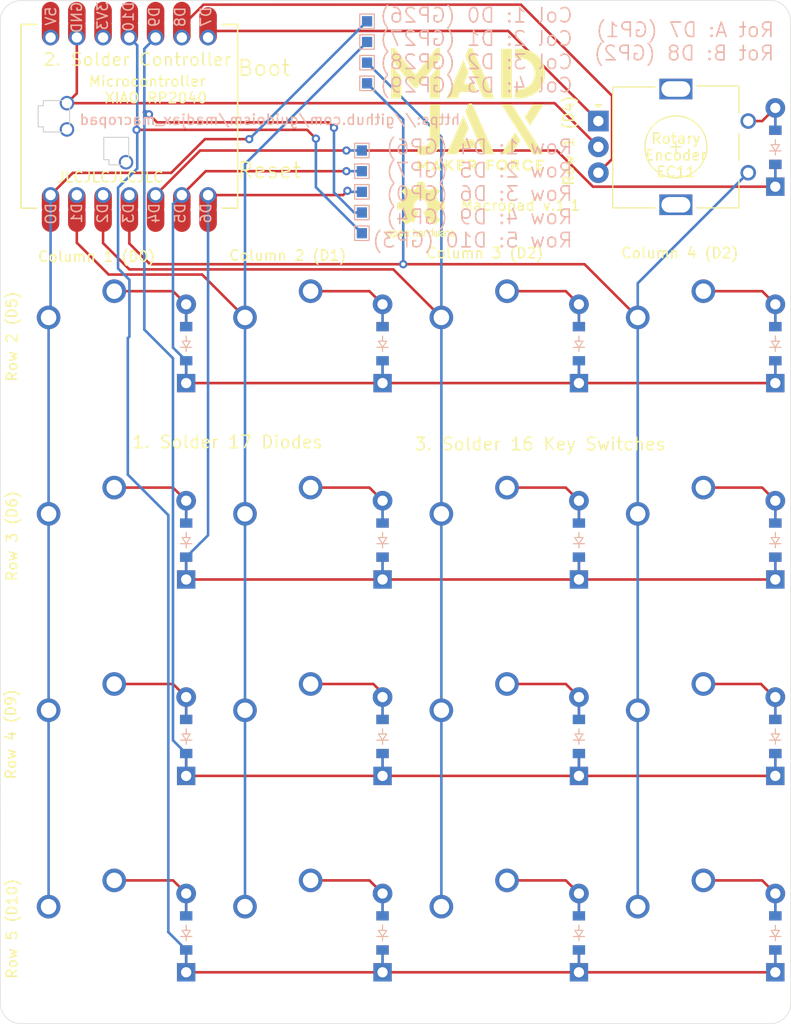
<source format=kicad_pcb>
(kicad_pcb (version 20240108) (generator "pcbnew") (generator_version "8.0")
  (title_block (title "macropad") (rev "v1.0.0") (company "Unknown"))
  (layers (0 "F.Cu" signal) (31 "B.Cu" signal) (34 "B.Paste" user) (35 "F.Paste" user) (36 "B.SilkS" user "B.Silkscreen") (37 "F.SilkS" user "F.Silkscreen") (38 "B.Mask" user) (39 "F.Mask" user) (44 "Edge.Cuts" user))
  (net 0 "")
  (net 1 "col1_row5")
  (net 2 "col1")
  (net 3 "col1_row4")
  (net 4 "col1_row3")
  (net 5 "col1_row2")
  (net 6 "col2_row5")
  (net 7 "col2")
  (net 8 "col2_row4")
  (net 9 "col2_row3")
  (net 10 "col2_row2")
  (net 11 "col3_row5")
  (net 12 "col3")
  (net 13 "col3_row4")
  (net 14 "col3_row3")
  (net 15 "col3_row2")
  (net 16 "col4_row5")
  (net 17 "col4")
  (net 18 "col4_row4")
  (net 19 "col4_row3")
  (net 20 "col4_row2")
  (net 21 "col4_row1")
  (net 22 "row5")
  (net 23 "row4")
  (net 24 "row3")
  (net 25 "row2")
  (net 26 "row1")
  (net 27 "ENCA")
  (net 28 "ENCB")
  (net 29 "GND")
  (net 30 "RAW3V3")
  (net 31 "RAW5V")
  (net 32 "BATP")
  (net 33 "RST")
  (footprint "MX" (layer "F.Cu") (at 146 104.19)
    (property "Reference" "S14" (hide yes))
    (property "Value" "" (hide yes))
  )
  (footprint "ComboDiode" (layer "F.Cu") (at 136.5 104.19 90)
    (property "Reference" "D10" (hide yes))
    (property "Value" "" (hide yes))
  )
  (footprint "" (layer "F.Cu") (at 100.5 54)
    (property "Reference" "")
    (property "Value" "")
  )
  (footprint "" (layer "F.Cu") (at 88 54)
    (property "Reference" "")
    (property "Value" "")
  )
  (footprint "MX" (layer "F.Cu") (at 108 123.19)
    (property "Reference" "S5" (hide yes))
    (property "Value" "" (hide yes))
  )
  (footprint "MX" (layer "F.Cu") (at 89 104.19)
    (property "Reference" "S2" (hide yes))
    (property "Value" "" (hide yes))
  )
  (footprint "MX" (layer "F.Cu") (at 108 85.19)
    (property "Reference" "S7" (hide yes))
    (property "Value" "" (hide yes))
  )
  (footprint "MX" (layer "F.Cu") (at 127 66.19)
    (property "Reference" "S12" (hide yes))
    (property "Value" "" (hide yes))
  )
  (footprint "MX" (layer "F.Cu") (at 146 123.19)
    (property "Reference" "S13" (hide yes))
    (property "Value" "" (hide yes))
  )
  (footprint "" (layer "F.Cu") (at 85.4 34.49)
    (property "Reference" "")
    (property "Value" "")
  )
  (footprint "" (layer "F.Cu") (at 100.59 34.76)
    (property "Reference" "")
    (property "Value" "")
  )
  (footprint "ComboDiode" (layer "F.Cu") (at 155.5 123.19 90)
    (property "Reference" "D13" (hide yes))
    (property "Value" "" (hide yes))
  )
  (footprint "" (layer "F.Cu") (at 90.5 54)
    (property "Reference" "")
    (property "Value" "")
  )
  (footprint "MX" (layer "F.Cu") (at 127 85.19)
    (property "Reference" "S11" (hide yes))
    (property "Value" "" (hide yes))
  )
  (footprint "MX" (layer "F.Cu") (at 146 85.19)
    (property "Reference" "S15" (hide yes))
    (property "Value" "" (hide yes))
  )
  (footprint "ComboDiode" (layer "F.Cu") (at 98.5 104.19 90)
    (property "Reference" "D2" (hide yes))
    (property "Value" "" (hide yes))
  )
  (footprint "ComboDiode" (layer "F.Cu") (at 136.5 123.19 90)
    (property "Reference" "D9" (hide yes))
    (property "Value" "" (hide yes))
  )
  (footprint "rotary_encoder" (layer "F.Cu") (at 146 47.19)
    (property "Reference" "ROT1" (hide yes))
    (property "Value" "")
  )
  (footprint "" (layer "F.Cu") (at 85.38 54)
    (property "Reference" "")
    (property "Value" "")
  )
  (footprint "" (layer "F.Cu") (at 87.91 34.47)
    (property "Reference" "")
    (property "Value" "")
  )
  (footprint "ComboDiode" (layer "F.Cu") (at 98.5 66.19 90)
    (property "Reference" "D4" (hide yes))
    (property "Value" "" (hide yes))
  )
  (footprint "ComboDiode" (layer "F.Cu") (at 155.5 104.19 90)
    (property "Reference" "D14" (hide yes))
    (property "Value" "" (hide yes))
  )
  (footprint "ComboDiode" (layer "F.Cu") (at 155.5 85.19 90)
    (property "Reference" "D15" (hide yes))
    (property "Value" "" (hide yes))
  )
  (footprint "ComboDiode" (layer "F.Cu") (at 117.5 104.19 90)
    (property "Reference" "D6" (hide yes))
    (property "Value" "" (hide yes))
  )
  (footprint "MX" (layer "F.Cu") (at 108 104.19)
    (property "Reference" "S6" (hide yes))
    (property "Value" "" (hide yes))
  )
  (footprint "Symbol:OSHW-Logo2_7.3x6mm_SilkScreen" (layer "F.Cu") (at 121.2 53.3)
    (property "Reference" "REF**" (hide yes))
    (property "Value" "OSHW-Logo2_7.3x6mm_SilkScreen" (hide yes))
  )
  (footprint "ComboDiode" (layer "F.Cu") (at 98.5 85.19 90)
    (property "Reference" "D3" (hide yes))
    (property "Value" "" (hide yes))
  )
  (footprint "ComboDiode" (layer "F.Cu") (at 117.5 66.19 90)
    (property "Reference" "D8" (hide yes))
    (property "Value" "" (hide yes))
  )
  (footprint "Seeeduino XIAO nRF52840" (layer "F.Cu") (at 93 44.19 90)
    (property "Reference" "_1" (hide yes))
    (property "Value" "" (hide yes))
    (fp_line (start 1.02 -8.822) (end 1.02 -8.322) (stroke (width 0.1)) (layer "Edge.Cuts"))
    (fp_line (start -1.02 -8.822) (end 1.02 -8.822) (stroke (width 0.1)) (layer "Edge.Cuts"))
    (fp_line (start 1.52 -8.322) (end 1.52 -6.282) (stroke (width 0.1)) (layer "Edge.Cuts"))
    (fp_line (start 1.02 -8.322) (end 1.52 -8.322) (stroke (width 0.1)) (layer "Edge.Cuts"))
    (fp_line (start -1.02 -8.322) (end -1.02 -8.822) (stroke (width 0.1)) (layer "Edge.Cuts"))
    (fp_line (start -1.52 -8.322) (end -1.02 -8.322) (stroke (width 0.1)) (layer "Edge.Cuts"))
    (fp_line (start 1.52 -6.282) (end 1.02 -6.282) (stroke (width 0.1)) (layer "Edge.Cuts"))
    (fp_line (start 1.02 -6.282) (end 1.02 -5.782) (stroke (width 0.1)) (layer "Edge.Cuts"))
    (fp_line (start -1.02 -6.282) (end -1.52 -6.282) (stroke (width 0.1)) (layer "Edge.Cuts"))
    (fp_line (start -1.52 -6.282) (end -1.52 -8.322) (stroke (width 0.1)) (layer "Edge.Cuts"))
    (fp_line (start 1.02 -5.782) (end -1.02 -5.782) (stroke (width 0.1)) (layer "Edge.Cuts"))
    (fp_line (start -1.02 -5.782) (end -1.02 -6.282) (stroke (width 0.1)) (layer "Edge.Cuts"))
    (fp_line (start -2.032 -2.472) (end -2.032 -0.067) (stroke (width 0.1)) (layer "Edge.Cuts"))
    (fp_line (start -4.195 -2.472) (end -2.032 -2.472) (stroke (width 0.1)) (layer "Edge.Cuts"))
    (fp_line (start -4.195 -1.972) (end -4.195 -2.472) (stroke (width 0.1)) (layer "Edge.Cuts"))
    (fp_line (start -4.695 -1.972) (end -4.195 -1.972) (stroke (width 0.1)) (layer "Edge.Cuts"))
    (fp_line (start -4.195 -0.567) (end -4.695 -0.567) (stroke (width 0.1)) (layer "Edge.Cuts"))
    (fp_line (start -4.695 -0.567) (end -4.695 -1.972) (stroke (width 0.1)) (layer "Edge.Cuts"))
    (fp_line (start -2.032 -0.067) (end -4.195 -0.067) (stroke (width 0.1)) (layer "Edge.Cuts"))
    (fp_line (start -4.195 -0.067) (end -4.195 -0.567) (stroke (width 0.1)) (layer "Edge.Cuts"))
  )
  (footprint "MX" (layer "F.Cu") (at 127 104.19)
    (property "Reference" "S10" (hide yes))
    (property "Value" "" (hide yes))
  )
  (footprint "" (layer "F.Cu") (at 98.07 34.53)
    (property "Reference" "")
    (property "Value" "")
  )
  (footprint "MX" (layer "F.Cu") (at 89 123.19)
    (property "Reference" "S1" (hide yes))
    (property "Value" "" (hide yes))
  )
  (footprint "" (layer "F.Cu") (at 93 54)
    (property "Reference" "")
    (property "Value" "")
  )
  (footprint "ComboDiode" (layer "F.Cu") (at 136.5 85.19 90)
    (property "Reference" "D11" (hide yes))
    (property "Value" "" (hide yes))
  )
  (footprint "MX" (layer "F.Cu") (at 146 66.19)
    (property "Reference" "S16" (hide yes))
    (property "Value" "" (hide yes))
  )
  (footprint "" (layer "F.Cu") (at 95.5 54)
    (property "Reference" "")
    (property "Value" "")
  )
  (footprint "ComboDiode" (layer "F.Cu") (at 136.5 66.19 90)
    (property "Reference" "D12" (hide yes))
    (property "Value" "" (hide yes))
  )
  (footprint "ComboDiode" (layer "F.Cu") (at 117.5 123.19 90)
    (property "Reference" "D5" (hide yes))
    (property "Value" "" (hide yes))
  )
  (footprint "MX" (layer "F.Cu") (at 89 66.19)
    (property "Reference" "S4" (hide yes))
    (property "Value" "" (hide yes))
  )
  (footprint "MX" (layer "F.Cu") (at 127 123.19)
    (property "Reference" "S9" (hide yes))
    (property "Value" "" (hide yes))
  )
  (footprint "" (layer "F.Cu") (at 92.94 34.56)
    (property "Reference" "")
    (property "Value" "")
  )
  (footprint "" (layer "F.Cu") (at 98 54)
    (property "Reference" "")
    (property "Value" "")
  )
  (footprint "ComboDiode" (layer "F.Cu") (at 117.5 85.19 90)
    (property "Reference" "D7" (hide yes))
    (property "Value" "" (hide yes))
  )
  (footprint "MX" (layer "F.Cu") (at 108 66.19)
    (property "Reference" "S8" (hide yes))
    (property "Value" "" (hide yes))
  )
  (footprint "ComboDiode" (layer "F.Cu") (at 155.5 66.19 90)
    (property "Reference" "D16" (hide yes))
    (property "Value" "" (hide yes))
  )
  (footprint "" (layer "F.Cu") (at 95.52 34.55)
    (property "Reference" "")
    (property "Value" "")
  )
  (footprint "MX" (layer "F.Cu") (at 89 85.19)
    (property "Reference" "S3" (hide yes))
    (property "Value" "" (hide yes))
  )
  (footprint "ComboDiode" (layer "F.Cu") (at 155.5 47.19 90)
    (property "Reference" "D17" (hide yes))
    (property "Value" "" (hide yes))
  )
  (footprint "" (layer "F.Cu") (at 90.45 34.56)
    (property "Reference" "")
    (property "Value" "")
  )
  (footprint "ComboDiode" (layer "F.Cu") (at 98.5 123.19 90)
    (property "Reference" "D1" (hide yes))
    (property "Value" "" (hide yes))
  )
  (footprint "TestPoint:TestPoint_Pad_1.0x1.0mm" (layer "B.Cu") (at 116 37 180)
    (property "Reference" "REF**" (hide yes))
    (property "Value" "TestPoint_Pad_1.0x1.0mm" (hide yes))
  )
  (footprint "TestPoint:TestPoint_Pad_1.0x1.0mm" (layer "B.Cu") (at 116 39 180)
    (property "Reference" "REF**" (hide yes))
    (property "Value" "TestPoint_Pad_1.0x1.0mm" (hide yes))
  )
  (footprint "TestPoint:TestPoint_Pad_1.0x1.0mm" (layer "B.Cu") (at 115.5 47.5 180)
    (property "Reference" "REF**" (hide yes))
    (property "Value" "TestPoint_Pad_1.0x1.0mm" (hide yes))
  )
  (footprint "TestPoint:TestPoint_Pad_1.0x1.0mm" (layer "B.Cu") (at 116 35 180)
    (property "Reference" "REF**" (hide yes))
    (property "Value" "TestPoint_Pad_1.0x1.0mm" (hide yes))
  )
  (footprint "TestPoint:TestPoint_Pad_1.0x1.0mm" (layer "B.Cu") (at 115.5 55.5 180)
    (property "Reference" "REF**" (hide yes))
    (property "Value" "TestPoint_Pad_1.0x1.0mm" (hide yes))
  )
  (footprint "TestPoint:TestPoint_Pad_1.0x1.0mm" (layer "B.Cu") (at 115.5 53.5 180)
    (property "Reference" "REF**" (hide yes))
    (property "Value" "TestPoint_Pad_1.0x1.0mm" (hide yes))
  )
  (footprint "TestPoint:TestPoint_Pad_1.0x1.0mm" (layer "B.Cu") (at 116 41 180)
    (property "Reference" "REF**" (hide yes))
    (property "Value" "TestPoint_Pad_1.0x1.0mm" (hide yes))
  )
  (footprint "TestPoint:TestPoint_Pad_1.0x1.0mm" (layer "B.Cu") (at 115.5 51.5 180)
    (property "Reference" "REF**" (hide yes))
    (property "Value" "TestPoint_Pad_1.0x1.0mm" (hide yes))
  )
  (footprint "TestPoint:TestPoint_Pad_1.0x1.0mm" (layer "B.Cu") (at 115.5 49.5 180)
    (property "Reference" "REF**" (hide yes))
    (property "Value" "TestPoint_Pad_1.0x1.0mm" (hide yes))
  )
  (gr_poly (pts (xy 124.267556 48.382939) (xy 124.379012 48.384129) (xy 123.977903 48.878901) (xy 124.43087 49.432409) (xy 124.304333 49.433335) (xy 124.27507 49.433288) (xy 124.246397 49.432856) (xy 124.218133 49.431903) (xy 124.190099 49.430293) (xy 124.188208 49.430083) (xy 124.186306 49.429753) (xy 124.184395 49.429309) (xy 124.182476 49.428755) (xy 124.180552 49.428095) (xy 124.178624 49.427335) (xy 124.174761 49.42553) (xy 124.170902 49.423379) (xy 124.167058 49.420917) (xy 124.163245 49.418182) (xy 124.159473 49.415212) (xy 124.155758 49.412043) (xy 124.152112 49.408713) (xy 124.148547 49.405259) (xy 124.145078 49.401718) (xy 124.141718 49.398127) (xy 124.138479 49.394525) (xy 124.13242 49.387431) (xy 123.933387 49.146924) (xy 123.72602 48.895306) (xy 123.72602 49.428177) (xy 123.511178 49.428177) (xy 123.511178 48.388363) (xy 123.722315 48.388363) (xy 123.722315 48.845034) (xy 123.737132 48.850326) (xy 123.851432 48.711155) (xy 123.969767 48.566229) (xy 124.029356 48.494238) (xy 124.059538 48.458599) (xy 124.090086 48.423288) (xy 124.093634 48.419576) (xy 124.09751 48.415987) (xy 124.101682 48.412535) (xy 124.106118 48.409232) (xy 124.110787 48.40609) (xy 124.115657 48.403122) (xy 124.120695 48.400339) (xy 124.125871 48.397756) (xy 124.131152 48.395383) (xy 124.136507 48.393233) (xy 124.141904 48.391319) (xy 124.147311 48.389653) (xy 124.152696 48.388247) (xy 124.158028 48.387115) (xy 124.163274 48.386267) (xy 124.168403 48.385717) (xy 124.192667 48.384129) (xy 124.217161 48.383236) (xy 124.242064 48.382889)) (stroke (width -0.000001)) (fill solid) (layer "F.SilkS"))
  (gr_poly (pts (xy 126.052633 48.385716) (xy 126.100132 48.386353) (xy 126.147569 48.387635) (xy 126.194931 48.38981) (xy 126.242207 48.393125) (xy 126.271401 48.396538) (xy 126.299425 48.401773) (xy 126.326236 48.408767) (xy 126.351794 48.417459) (xy 126.376055 48.427784) (xy 126.398979 48.439681) (xy 126.420522 48.453086) (xy 126.440644 48.467936) (xy 126.459303 48.48417) (xy 126.476456 48.501723) (xy 126.492062 48.520534) (xy 126.506079 48.540539) (xy 126.518465 48.561676) (xy 126.529178 48.583882) (xy 126.538177 48.607095) (xy 126.545419 48.63125) (xy 126.551708 48.659643) (xy 126.555894 48.687464) (xy 126.557982 48.714698) (xy 126.557978 48.741333) (xy 126.555888 48.767354) (xy 126.551716 48.792747) (xy 126.545469 48.817498) (xy 126.537151 48.841594) (xy 126.526768 48.865019) (xy 126.514325 48.887761) (xy 126.499828 48.909806) (xy 126.483283 48.931139) (xy 126.464694 48.951746) (xy 126.444068 48.971614) (xy 126.421409 48.990728) (xy 126.396723 49.009075) (xy 126.395742 49.009783) (xy 126.394778 49.010517) (xy 126.393823 49.011281) (xy 126.39287 49.012077) (xy 126.390938 49.013773) (xy 126.388918 49.015624) (xy 126.384371 49.019866) (xy 126.381719 49.022293) (xy 126.378732 49.02495) (xy 126.670832 49.432408) (xy 126.54952 49.433003) (xy 126.492684 49.432632) (xy 126.464744 49.431953) (xy 126.43694 49.430821) (xy 126.435647 49.43071) (xy 126.434349 49.430481) (xy 126.433047 49.430137) (xy 126.43174 49.429685) (xy 126.430432 49.42913) (xy 126.429121 49.428476) (xy 126.427809 49.427729) (xy 126.426497 49.426894) (xy 126.425186 49.425976) (xy 126.423877 49.42498) (xy 126.421267 49.422775) (xy 126.418674 49.420321) (xy 126.416104 49.417658) (xy 126.413566 49.414828) (xy 126.411066 49.411871) (xy 126.408611 49.40883) (xy 126.406207 49.405744) (xy 126.397253 49.39378) (xy 126.308088 49.277958) (xy 126.286355 49.248677) (xy 126.265391 49.218981) (xy 126.255282 49.203932) (xy 126.245469 49.188726) (xy 126.235983 49.173345) (xy 126.226861 49.157771) (xy 126.221892 49.149406) (xy 126.216807 49.141472) (xy 126.211603 49.133964) (xy 126.20628 49.126874) (xy 126.200836 49.120198) (xy 126.195269 49.113929) (xy 126.189577 49.108061) (xy 126.183759 49.102589) (xy 126.177813 49.097505) (xy 126.171737 49.092805) (xy 126.16553 49.088481) (xy 126.159191 49.084529) (xy 126.152717 49.080942) (xy 126.146106 49.077713) (xy 126.139358 49.074838) (xy 126.132471 49.07231) (xy 126.125442 49.070123) (xy 126.118271 49.068272) (xy 126.110955 49.066749) (xy 126.103494 49.065549) (xy 126.095884 49.064666) (xy 126.088126 49.064094) (xy 126.080216 49.063828) (xy 126.072154 49.06386) (xy 126.063938 49.064185) (xy 126.055565 49.064798) (xy 126.047035 49.065691) (xy 126.038346 49.066859) (xy 126.020484 49.069997) (xy 126.001965 49.074162) (xy 126.001965 49.429762) (xy 125.790299 49.429762) (xy 125.790299 48.583096) (xy 126.005669 48.583096) (xy 126.005669 48.878371) (xy 126.035089 48.876842) (xy 126.064225 48.875667) (xy 126.121689 48.87341) (xy 126.150043 48.871844) (xy 126.178161 48.869664) (xy 126.206055 48.866629) (xy 126.23374 48.862495) (xy 126.240095 48.861258) (xy 126.246264 48.859733) (xy 126.252242 48.857928) (xy 126.25803 48.85585) (xy 126.263624 48.853506) (xy 126.269024 48.850903) (xy 126.274227 48.848049) (xy 126.279231 48.84495) (xy 126.284036 48.841614) (xy 126.288639 48.838049) (xy 126.293039 48.83426) (xy 126.297233 48.830256) (xy 126.301221 48.826043) (xy 126.305 48.821628) (xy 126.308568 48.81702) (xy 126.311924 48.812225) (xy 126.315066 48.807249) (xy 126.317993 48.802101) (xy 126.320702 48.796788) (xy 126.323192 48.791316) (xy 126.32546 48.785693) (xy 126.327507 48.779927) (xy 126.329329 48.774023) (xy 126.330924 48.76799) (xy 126.332292 48.761834) (xy 126.33343 48.755563) (xy 126.334337 48.749184) (xy 126.335011 48.742703) (xy 126.33545 48.736129) (xy 126.335652 48.729469) (xy 126.335616 48.722729) (xy 126.335339 48.715916) (xy 126.334207 48.702914) (xy 126.33221 48.690331) (xy 126.329363 48.678215) (xy 126.325682 48.666613) (xy 126.321183 48.655572) (xy 126.31588 48.645139) (xy 126.312933 48.640166) (xy 126.30979 48.635362) (xy 126.306455 48.630735) (xy 126.302928 48.626289) (xy 126.299212 48.62203) (xy 126.295309 48.617965) (xy 126.291221 48.6141) (xy 126.28695 48.61044) (xy 126.282497 48.606991) (xy 126.277864 48.603759) (xy 126.273055 48.60075) (xy 126.268069 48.59797) (xy 126.26291 48.595425) (xy 126.257579 48.593121) (xy 126.252079 48.591064) (xy 126.246411 48.589259) (xy 126.240576 48.587712) (xy 126.234578 48.58643) (xy 126.228418 48.585419) (xy 126.222098 48.584683) (xy 126.195652 48.58264) (xy 126.169082 48.581533) (xy 126.142363 48.581158) (xy 126.115471 48.58131) (xy 126.061066 48.582376) (xy 126.033504 48.582882) (xy 126.005669 48.583096) (xy 125.790299 48.583096) (xy 125.790299 48.384658) (xy 125.862265 48.384658)) (stroke (width -0.000001)) (fill solid) (layer "F.SilkS"))
  (gr_poly (pts (xy 126.001965 49.430291) (xy 126.001965 49.429762) (xy 126.002494 49.429762)) (stroke (width -0.000001)) (fill solid) (layer "F.SilkS"))
  (gr_poly (pts (xy 129.976495 43.04069) (xy 129.982534 43.040963) (xy 129.98832 43.041452) (xy 129.993866 43.042184) (xy 129.999189 43.043185) (xy 130.004305 43.044483) (xy 130.009228 43.046105) (xy 130.013975 43.048079) (xy 130.01856 43.050431) (xy 130.023 43.053188) (xy 130.027309 43.056377) (xy 130.031504 43.060026) (xy 130.035599 43.064162) (xy 130.039611 43.068812) (xy 130.043554 43.074003) (xy 130.047445 43.079763) (xy 133.061578 47.815275) (xy 133.063722 47.818664) (xy 133.065836 47.822145) (xy 133.067987 47.825813) (xy 133.070244 47.82976) (xy 133.081687 47.8502) (xy 133.07324 47.851035) (xy 133.065308 47.85192) (xy 133.050664 47.853639) (xy 133.043792 47.854375) (xy 133.037113 47.854962) (xy 133.030544 47.855351) (xy 133.024007 47.855492) (xy 132.103788 47.85655) (xy 132.096175 47.856381) (xy 132.088992 47.855869) (xy 132.082213 47.855005) (xy 132.075808 47.85378) (xy 132.069751 47.852186) (xy 132.064014 47.850215) (xy 132.058567 47.847858) (xy 132.053385 47.845107) (xy 132.048438 47.841952) (xy 132.043699 47.838386) (xy 132.039139 47.834399) (xy 132.034732 47.829984) (xy 132.030448 47.825132) (xy 132.026261 47.819834) (xy 132.022142 47.814082) (xy 132.018063 47.807867) (xy 129.011868 43.096697) (xy 129.008332 43.090902) (xy 129.004815 43.084964) (xy 128.997514 43.072289) (xy 128.989321 43.057927) (xy 128.979588 43.041134) (xy 129.037265 43.041134) (xy 129.970186 43.040604)) (stroke (width -0.000001)) (fill solid) (layer "F.SilkS"))
  (gr_poly (pts (xy 130.308977 48.392868) (xy 130.369607 48.39501) (xy 130.430032 48.398945) (xy 130.442838 48.400271) (xy 130.455451 48.402156) (xy 130.467863 48.404583) (xy 130.480063 48.407539) (xy 130.492044 48.411007) (xy 130.503795 48.414973) (xy 130.515308 48.419422) (xy 130.526572 48.424337) (xy 130.537579 48.429704) (xy 130.54832 48.435508) (xy 130.558784 48.441734) (xy 130.568963 48.448366) (xy 130.588429 48.462787) (xy 130.606642 48.478651) (xy 130.623527 48.495836) (xy 130.639012 48.51422) (xy 130.65302 48.533682) (xy 130.665478 48.554099) (xy 130.676312 48.57535) (xy 130.685446 48.597314) (xy 130.692807 48.619868) (xy 130.69832 48.642891) (xy 130.702961 48.669982) (xy 130.705957 48.696478) (xy 130.707286 48.722369) (xy 130.706927 48.747641) (xy 130.70486 48.772284) (xy 130.701064 48.796286) (xy 130.695518 48.819635) (xy 130.6882 48.842321) (xy 130.67909 48.86433) (xy 130.668167 48.885651) (xy 130.65541 48.906274) (xy 130.640798 48.926185) (xy 130.62431 48.945375) (xy 130.605925 48.96383) (xy 130.585623 48.981539) (xy 130.563382 48.998491) (xy 130.537982 49.017012) (xy 130.537835 49.017115) (xy 130.53769 49.017224) (xy 130.537547 49.01734) (xy 130.537406 49.017465) (xy 130.537265 49.017598) (xy 130.537124 49.01774) (xy 130.536841 49.018054) (xy 130.536552 49.018412) (xy 130.536252 49.018817) (xy 130.535937 49.019275) (xy 130.535601 49.019791) (xy 130.535241 49.020368) (xy 130.534851 49.021012) (xy 130.533964 49.022519) (xy 130.531633 49.026537) (xy 130.822675 49.432936) (xy 130.822144 49.432938) (xy 130.707447 49.433533) (xy 130.655307 49.43316) (xy 130.629889 49.432481) (xy 130.604656 49.43135) (xy 130.601435 49.430994) (xy 130.598136 49.430335) (xy 130.594779 49.429394) (xy 130.591386 49.428191) (xy 130.587977 49.426747) (xy 130.584574 49.42508) (xy 130.581197 49.423212) (xy 130.577867 49.421163) (xy 130.574606 49.418953) (xy 130.571434 49.416601) (xy 130.568372 49.414129) (xy 130.56544 49.411556) (xy 130.562661 49.408902) (xy 130.560055 49.406188) (xy 130.557642 49.403433) (xy 130.555444 49.400658) (xy 130.46165 49.280471) (xy 130.438945 49.249975) (xy 130.417034 49.219013) (xy 130.406454 49.203314) (xy 130.396165 49.187444) (xy 130.386198 49.171387) (xy 130.376585 49.155125) (xy 130.371519 49.146679) (xy 130.36634 49.138698) (xy 130.361048 49.131175) (xy 130.355641 49.124099) (xy 130.350119 49.117463) (xy 130.344482 49.111256) (xy 130.338727 49.105472) (xy 130.332855 49.1001) (xy 130.326864 49.095131) (xy 130.320754 49.090558) (xy 130.314523 49.086371) (xy 130.308171 49.082562) (xy 130.301697 49.079121) (xy 130.2951 49.07604) (xy 130.28838 49.073309) (xy 130.281534 49.070921) (xy 130.274563 49.068866) (xy 130.267466 49.067136) (xy 130.260241 49.065721) (xy 130.252888 49.064613) (xy 130.245406 49.063804) (xy 130.237794 49.063283) (xy 130.230051 49.063043) (xy 130.222177 49.063074) (xy 130.206029 49.063917) (xy 130.189345 49.06574) (xy 130.172116 49.068473) (xy 130.154336 49.072045) (xy 130.154336 49.428174) (xy 129.940553 49.428174) (xy 129.940553 48.581509) (xy 130.155924 48.581509) (xy 130.155924 48.875197) (xy 130.156452 48.874667) (xy 130.243764 48.874866) (xy 130.285337 48.87489) (xy 130.326315 48.874667) (xy 130.329397 48.874619) (xy 130.33249 48.874478) (xy 130.335591 48.874252) (xy 130.338701 48.873948) (xy 130.344937 48.873133) (xy 130.351186 48.872088) (xy 130.357435 48.870869) (xy 130.363671 48.869533) (xy 130.376057 48.86673) (xy 130.382848 48.864944) (xy 130.389431 48.862961) (xy 130.395804 48.860782) (xy 130.401966 48.858409) (xy 130.407916 48.855842) (xy 130.413653 48.853083) (xy 130.419176 48.850133) (xy 130.424484 48.846994) (xy 130.429575 48.843666) (xy 130.434449 48.840151) (xy 130.439105 48.83645) (xy 130.443541 48.832564) (xy 130.447757 48.828496) (xy 130.451751 48.824245) (xy 130.455522 48.819813) (xy 130.45907 48.815202) (xy 130.462393 48.810413) (xy 130.46549 48.805446) (xy 130.46836 48.800304) (xy 130.471002 48.794987) (xy 130.473415 48.789497) (xy 130.475598 48.783836) (xy 130.47755 48.778003) (xy 130.479269 48.772001) (xy 130.480755 48.76583) (xy 130.482007 48.759493) (xy 130.483024 48.75299) (xy 130.483803 48.746323) (xy 130.484346 48.739492) (xy 130.484649 48.7325) (xy 130.484713 48.725347) (xy 130.484536 48.718034) (xy 130.484161 48.711098) (xy 130.483535 48.704281) (xy 130.48266 48.69759) (xy 130.481538 48.69103) (xy 130.480172 48.684607) (xy 130.478565 48.678325) (xy 130.47672 48.672191) (xy 130.474639 48.666209) (xy 130.472324 48.660385) (xy 130.469779 48.654725) (xy 130.467006 48.649234) (xy 130.464007 48.643918) (xy 130.460785 48.638781) (xy 130.457344 48.63383) (xy 130.453684 48.629069) (xy 130.44981 48.624504) (xy 130.445723 48.620141) (xy 130.441426 48.615985) (xy 130.436922 48.612041) (xy 130.432214 48.608315) (xy 130.427304 48.604812) (xy 130.422194 48.601538) (xy 130.416888 48.598498) (xy 130.411387 48.595698) (xy 130.405696 48.593142) (xy 130.399815 48.590837) (xy 130.393748 48.588788) (xy 130.387498 48.587) (xy 130.381066 48.585478) (xy 130.374456 48.584229) (xy 130.367671 48.583257) (xy 130.360712 48.582568) (xy 130.335678 48.581003) (xy 130.310557 48.58017) (xy 130.285312 48.579907) (xy 130.259906 48.580054) (xy 130.208461 48.580931) (xy 130.155924 48.581509) (xy 129.940553 48.581509) (xy 129.940553 48.39577) (xy 130.064287 48.394406) (xy 130.187079 48.392397) (xy 130.248137 48.392127)) (stroke (width -0.000001)) (fill solid) (layer "F.SilkS"))
  (gr_poly (pts (xy 123.511178 49.428705) (xy 123.510649 49.428177) (xy 123.511178 49.428177)) (stroke (width -0.000001)) (fill solid) (layer "F.SilkS"))
  (gr_poly (pts (xy 122.7999 37.565369) (xy 122.81162 37.565846) (xy 122.840651 37.567411) (xy 122.869837 37.568244) (xy 122.899233 37.568506) (xy 122.928897 37.568359) (xy 122.989246 37.567483) (xy 123.051333 37.566904) (xy 123.051332 37.566905) (xy 123.051332 37.636755) (xy 123.05153 38.140852) (xy 123.049744 38.645347) (xy 123.049585 38.651871) (xy 123.049111 38.658525) (xy 123.048332 38.665277) (xy 123.047256 38.672094) (xy 123.045891 38.678946) (xy 123.044247 38.6858) (xy 123.042332 38.692624) (xy 123.040153 38.699388) (xy 123.037721 38.706058) (xy 123.035042 38.712603) (xy 123.032127 38.718992) (xy 123.028983 38.725193) (xy 123.025619 38.731173) (xy 123.022043 38.736902) (xy 123.018264 38.742346) (xy 123.01429 38.747476) (xy 120.897624 41.366851) (xy 120.891766 41.373828) (xy 120.885881 41.380279) (xy 120.879944 41.386211) (xy 120.873927 41.391631) (xy 120.867805 41.396545) (xy 120.861552 41.40096) (xy 120.858367 41.402983) (xy 120.85514 41.404884) (xy 120.851867 41.406664) (xy 120.848544 41.408324) (xy 120.845168 41.409864) (xy 120.841737 41.411286) (xy 120.838246 41.41259) (xy 120.834692 41.413778) (xy 120.831073 41.41485) (xy 120.827385 41.415806) (xy 120.823624 41.416649) (xy 120.819787 41.417378) (xy 120.811873 41.4185) (xy 120.803616 41.419179) (xy 120.794991 41.419423) (xy 120.78597 41.419238) (xy 120.769968 41.418788) (xy 120.75375 41.418936) (xy 120.720891 41.420495) (xy 120.655067 41.424926) (xy 120.63892 41.425531) (xy 120.623008 41.425666) (xy 120.60739 41.425201) (xy 120.592121 41.424) (xy 120.577259 41.421932) (xy 120.562859 41.418862) (xy 120.548978 41.414657) (xy 120.542251 41.412087) (xy 120.535674 41.409184) (xy 120.529252 41.405944) (xy 120.522977 41.402388) (xy 120.516845 41.39853) (xy 120.510848 41.394383) (xy 120.504978 41.389964) (xy 120.499231 41.385287) (xy 120.488074 41.375218) (xy 120.477323 41.364292) (xy 120.466925 41.352629) (xy 120.456826 41.340346) (xy 120.446972 41.32756) (xy 120.437311 41.31439) (xy 120.427789 41.300953) (xy 120.408947 41.27375) (xy 120.390018 41.246895) (xy 120.380387 41.233892) (xy 120.370574 41.22133) (xy 118.367678 38.746417) (xy 118.364718 38.742644) (xy 118.361802 38.738679) (xy 118.358951 38.734542) (xy 118.356186 38.730253) (xy 118.353525 38.72583) (xy 118.350991 38.721293) (xy 118.348602 38.716662) (xy 118.346379 38.711955) (xy 118.344343 38.707193) (xy 118.342512 38.702394) (xy 118.340908 38.697578) (xy 118.33955 38.692764) (xy 118.338459 38.687973) (xy 118.337654 38.683222) (xy 118.337157 38.678532) (xy 118.336987 38.673921) (xy 118.335928 38.134965) (xy 118.336458 37.596009) (xy 118.336482 37.594822) (xy 118.336555 37.593632) (xy 118.336674 37.592423) (xy 118.336838 37.59118) (xy 118.337045 37.589888) (xy 118.337295 37.58853) (xy 118.337913 37.585558) (xy 118.339583 37.578149) (xy 118.34061 37.573465) (xy 118.341749 37.567963) (xy 118.491371 37.567235) (xy 118.566628 37.56774) (xy 118.604239 37.568621) (xy 118.641787 37.570079) (xy 118.643579 37.570252) (xy 118.645381 37.570568) (xy 118.647193 37.57102) (xy 118.649012 37.571603) (xy 118.650837 37.572311) (xy 118.652666 37.573137) (xy 118.654498 37.574077) (xy 118.65633 37.575123) (xy 118.658162 37.57627) (xy 118.659992 37.577512) (xy 118.663637 37.580256) (xy 118.667252 37.583306) (xy 118.670825 37.586616) (xy 118.674342 37.590136) (xy 118.67779 37.59382) (xy 118.681155 37.597618) (xy 118.684426 37.601482) (xy 118.690628 37.609219) (xy 118.696291 37.616646) (xy 120.31607 39.698917) (xy 120.69072 40.180458) (xy 120.883866 39.933867) (xy 122.669274 37.634638) (xy 122.676622 37.625534) (xy 122.684007 37.617075) (xy 122.691465 37.609259) (xy 122.699031 37.602086) (xy 122.706744 37.595554) (xy 122.710666 37.592529) (xy 122.714639 37.589664) (xy 122.718666 37.586958) (xy 122.722752 37.584413) (xy 122.726902 37.582028) (xy 122.73112 37.579803) (xy 122.735412 37.577737) (xy 122.73978 37.575831) (xy 122.744231 37.574084) (xy 122.748768 37.572497) (xy 122.753396 37.571069) (xy 122.75812 37.5698) (xy 122.762944 37.56869) (xy 122.767873 37.567739) (xy 122.772911 37.566947) (xy 122.778063 37.566314) (xy 122.783333 37.56584) (xy 122.788726 37.565524) (xy 122.794247 37.565367)) (stroke (width -0.000001)) (fill solid) (layer "F.SilkS"))
  (gr_poly (pts (xy 125.445281 44.412734) (xy 125.62996 44.836465) (xy 125.816226 45.259401) (xy 125.819923 45.26813) (xy 125.823083 45.276673) (xy 125.825712 45.285055) (xy 125.827818 45.293301) (xy 125.82941 45.301435) (xy 125.830495 45.309482) (xy 125.831081 45.317467) (xy 125.831175 45.325415) (xy 125.830786 45.33335) (xy 125.829921 45.341298) (xy 125.828587 45.349283) (xy 125.826793 45.35733) (xy 125.824547 45.365464) (xy 125.821855 45.373709) (xy 125.818726 45.382091) (xy 125.815168 45.390634) (xy 125.610049 45.867546) (xy 125.406123 46.345252) (xy 125.399508 46.361242) (xy 125.392893 46.377927) (xy 125.378076 46.416159) (xy 125.379136 46.41563) (xy 126.26549 46.41563) (xy 126.271326 46.415668) (xy 126.276931 46.415814) (xy 126.28231 46.416111) (xy 126.287467 46.416605) (xy 126.292407 46.417341) (xy 126.297135 46.418364) (xy 126.301655 46.419719) (xy 126.303838 46.420535) (xy 126.305971 46.42145) (xy 126.308055 46.422471) (xy 126.31009 46.423604) (xy 126.312076 46.424852) (xy 126.314014 46.426223) (xy 126.315905 46.427722) (xy 126.31775 46.429355) (xy 126.319548 46.431126) (xy 126.3213 46.433043) (xy 126.323008 46.435109) (xy 126.324672 46.437332) (xy 126.326291 46.439716) (xy 126.327868 46.442268) (xy 126.329401 46.444992) (xy 126.330893 46.447895) (xy 126.332343 46.450982) (xy 126.333753 46.454259) (xy 126.492238 46.824014) (xy 126.652311 47.192976) (xy 126.652982 47.194682) (xy 126.65361 47.196431) (xy 126.654203 47.198228) (xy 126.654767 47.200078) (xy 126.655836 47.203961) (xy 126.656875 47.208123) (xy 126.659083 47.217457) (xy 126.660363 47.222717) (xy 126.661836 47.228429) (xy 126.58881 47.228429) (xy 125.07751 47.227371) (xy 125.069351 47.22753) (xy 125.061721 47.228022) (xy 125.054592 47.228871) (xy 125.047935 47.2301) (xy 125.041721 47.231732) (xy 125.038772 47.232706) (xy 125.035922 47.23379) (xy 125.033169 47.234986) (xy 125.030509 47.236297) (xy 125.027938 47.237727) (xy 125.025454 47.239278) (xy 125.023051 47.240952) (xy 125.020727 47.242754) (xy 125.018477 47.244686) (xy 125.0163 47.24675) (xy 125.01419 47.24895) (xy 125.012144 47.251289) (xy 125.010159 47.253769) (xy 125.008231 47.256393) (xy 125.004532 47.262086) (xy 125.001018 47.268392) (xy 124.99766 47.275334) (xy 124.994431 47.282934) (xy 124.940555 47.414829) (xy 124.885687 47.546327) (xy 124.775356 47.808926) (xy 124.773067 47.814356) (xy 124.770741 47.819525) (xy 124.768338 47.824419) (xy 124.765822 47.829026) (xy 124.763154 47.833332) (xy 124.760296 47.837324) (xy 124.758784 47.839198) (xy 124.75721 47.840989) (xy 124.75557 47.842695) (xy 124.753858 47.844314) (xy 124.752071 47.845844) (xy 124.750202 47.847285) (xy 124.748249 47.848634) (xy 124.746205 47.84989) (xy 124.744066 47.85105) (xy 124.741828 47.852114) (xy 124.739485 47.85308) (xy 124.737033 47.853946) (xy 124.734466 47.854711) (xy 124.731782 47.855372) (xy 124.728973 47.855928) (xy 124.726037 47.856378) (xy 124.722968 47.85672) (xy 124.719761 47.856952) (xy 124.716411 47.857073) (xy 124.712914 47.85708) (xy 123.735014 47.856021) (xy 123.733126 47.855997) (xy 123.731224 47.855926) (xy 123.727316 47.855657) (xy 123.723173 47.85524) (xy 123.718676 47.854698) (xy 123.70815 47.853342) (xy 123.701886 47.852577) (xy 123.694797 47.851788) (xy 125.322514 44.130689)) (stroke (width -0.000001)) (fill solid) (layer "F.SilkS"))
  (gr_poly (pts (xy 126.134046 37.565866) (xy 126.141164 37.566508) (xy 126.147843 37.567591) (xy 126.151026 37.568302) (xy 126.154109 37.56913) (xy 126.157096 37.570075) (xy 126.15999 37.571139) (xy 126.162794 37.572325) (xy 126.165513 37.573633) (xy 126.168148 37.575067) (xy 126.170705 37.576628) (xy 126.173185 37.578317) (xy 126.175592 37.580137) (xy 126.177931 37.582089) (xy 126.180204 37.584176) (xy 126.182414 37.586398) (xy 126.184565 37.588759) (xy 126.188704 37.5939) (xy 126.192648 37.599616) (xy 126.196424 37.605919) (xy 126.200058 37.612826) (xy 126.203579 37.62035) (xy 127.2 39.9) (xy 128.291142 42.393963) (xy 128.304966 42.427036) (xy 128.312945 42.446053) (xy 128.322362 42.468046) (xy 127.512207 42.468046) (xy 127.420132 42.466988) (xy 127.397114 42.466909) (xy 127.374095 42.467153) (xy 127.351076 42.467844) (xy 127.328058 42.469104) (xy 127.319724 42.469451) (xy 127.311964 42.4693) (xy 127.308288 42.469036) (xy 127.304743 42.468647) (xy 127.301324 42.468133) (xy 127.298028 42.467492) (xy 127.294849 42.466725) (xy 127.291784 42.465831) (xy 127.288828 42.464811) (xy 127.285977 42.463663) (xy 127.283227 42.462388) (xy 127.280573 42.460984) (xy 127.278011 42.459453) (xy 127.275538 42.457793) (xy 127.273148 42.456005) (xy 127.270838 42.454088) (xy 127.268603 42.452041) (xy 127.266439 42.449865) (xy 127.264341 42.447559) (xy 127.262306 42.445123) (xy 127.258406 42.43986) (xy 127.254704 42.434072) (xy 127.251167 42.427758) (xy 127.24776 42.420915) (xy 127.244449 42.413542) (xy 126.455991 40.581567) (xy 125.522541 38.419392) (xy 125.519007 38.410762) (xy 125.515945 38.402317) (xy 125.513358 38.394032) (xy 125.511246 38.385881) (xy 125.509613 38.377838) (xy 125.508458 38.369879) (xy 125.507784 38.361977) (xy 125.507592 38.354106) (xy 125.507884 38.346242) (xy 125.508661 38.338358) (xy 125.509924 38.33043) (xy 125.511677 38.322431) (xy 125.513919 38.314335) (xy 125.516652 38.306118) (xy 125.519879 38.297754) (xy 125.5236 38.289217) (xy 125.599552 38.121943) (xy 125.674412 37.954321) (xy 125.82205 37.618234) (xy 125.825267 37.611343) (xy 125.828588 37.604957) (xy 125.832042 37.59907) (xy 125.835659 37.593677) (xy 125.837538 37.591165) (xy 125.839469 37.588774) (xy 125.841455 37.586505) (xy 125.8435 37.584357) (xy 125.845607 37.582328) (xy 125.847782 37.58042) (xy 125.850026 37.57863) (xy 125.852345 37.576959) (xy 125.85474 37.575405) (xy 125.857217 37.573969) (xy 125.859779 37.572649) (xy 125.86243 37.571446) (xy 125.865172 37.570358) (xy 125.868011 37.569385) (xy 125.870949 37.568526) (xy 125.873991 37.567781) (xy 125.877139 37.567149) (xy 125.880399 37.56663) (xy 125.883772 37.566223) (xy 125.887264 37.565927) (xy 125.890877 37.565742) (xy 125.894615 37.565667) (xy 125.902483 37.565846) (xy 125.929471 37.567214) (xy 125.956458 37.568153) (xy 125.983446 37.568683) (xy 126.010433 37.568823) (xy 126.037421 37.56859) (xy 126.064408 37.568004) (xy 126.091396 37.567083) (xy 126.118383 37.565846) (xy 126.126462 37.56565)) (stroke (width -0.000001)) (fill solid) (layer "F.SilkS"))
  (gr_poly (pts (xy 123.207965 49.433466) (xy 123.207774 49.432946) (xy 123.208495 49.432938)) (stroke (width -0.000001)) (fill solid) (layer "F.SilkS"))
  (gr_poly (pts (xy 123.047099 42.465401) (xy 123.047099 42.464342) (xy 123.047628 42.464342)) (stroke (width -0.000001)) (fill solid) (layer "F.SilkS"))
  (gr_poly (pts (xy 129.075181 48.367979) (xy 129.103678 48.370107) (xy 129.131721 48.37355) (xy 129.159277 48.378277) (xy 129.186315 48.384257) (xy 129.212802 48.391459) (xy 129.238706 48.399852) (xy 129.263996 48.409406) (xy 129.28864 48.420089) (xy 129.312605 48.43187) (xy 129.33586 48.444719) (xy 129.358372 48.458605) (xy 129.38011 48.473496) (xy 129.401041 48.489362) (xy 129.421135 48.506173) (xy 129.440358 48.523896) (xy 129.458678 48.542501) (xy 129.476065 48.561958) (xy 129.492485 48.582234) (xy 129.507907 48.603301) (xy 129.522299 48.625125) (xy 129.535628 48.647678) (xy 129.547864 48.670927) (xy 129.558973 48.694841) (xy 129.568925 48.719391) (xy 129.577686 48.744544) (xy 129.585226 48.770271) (xy 129.591511 48.79654) (xy 129.59651 48.823319) (xy 129.600192 48.85058) (xy 129.602523 48.878289) (xy 129.603473 48.906417) (xy 129.602995 48.934557) (xy 129.601087 48.962302) (xy 129.597783 48.98962) (xy 129.593115 49.016477) (xy 129.587119 49.042841) (xy 129.579826 49.068681) (xy 129.571271 49.093963) (xy 129.561487 49.118654) (xy 129.550508 49.142724) (xy 129.538368 49.166139) (xy 129.525099 49.188866) (xy 129.510735 49.210873) (xy 129.49531 49.232128) (xy 129.478858 49.252599) (xy 129.461411 49.272252) (xy 129.443004 49.291055) (xy 129.42367 49.308977) (xy 129.403442 49.325984) (xy 129.382354 49.342043) (xy 129.360439 49.357124) (xy 129.337732 49.371192) (xy 129.314265 49.384216) (xy 129.290073 49.396163) (xy 129.265187 49.407001) (xy 129.239643 49.416697) (xy 129.213474 49.425218) (xy 129.186713 49.432533) (xy 129.159393 49.438609) (xy 129.131549 49.443414) (xy 129.103213 49.446914) (xy 129.07442 49.449077) (xy 129.045203 49.449872) (xy 129.044673 49.449871) (xy 129.015801 49.449279) (xy 128.987349 49.447327) (xy 128.959349 49.444045) (xy 128.931834 49.439464) (xy 128.904835 49.433617) (xy 128.878385 49.426534) (xy 128.852516 49.418247) (xy 128.82726 49.408786) (xy 128.80265 49.398184) (xy 128.778719 49.386471) (xy 128.755497 49.373679) (xy 128.733018 49.359839) (xy 128.711314 49.344983) (xy 128.690416 49.329141) (xy 128.670358 49.312345) (xy 128.651172 49.294627) (xy 128.632889 49.276017) (xy 128.615543 49.256547) (xy 128.599164 49.236248) (xy 128.583787 49.215152) (xy 128.569442 49.193289) (xy 128.556163 49.170692) (xy 128.54398 49.14739) (xy 128.532928 49.123417) (xy 128.523038 49.098802) (xy 128.514341 49.073578) (xy 128.506871 49.047775) (xy 128.50066 49.021425) (xy 128.49574 48.99456) (xy 128.492144 48.967209) (xy 128.489902 48.939406) (xy 128.489049 48.91118) (xy 128.489198 48.903771) (xy 128.713944 48.903771) (xy 128.714061 48.922315) (xy 128.714996 48.940528) (xy 128.716734 48.958395) (xy 128.719258 48.975898) (xy 128.722553 48.993021) (xy 128.726603 49.009748) (xy 128.731392 49.02606) (xy 128.736905 49.041942) (xy 128.743126 49.057377) (xy 128.750039 49.072347) (xy 128.757627 49.086837) (xy 128.765876 49.100829) (xy 128.77477 49.114307) (xy 128.784292 49.127254) (xy 128.794427 49.139653) (xy 128.80516 49.151488) (xy 128.816473 49.162741) (xy 128.828353 49.173396) (xy 128.840782 49.183436) (xy 128.853745 49.192844) (xy 128.867226 49.201604) (xy 128.88121 49.209699) (xy 128.89568 49.217112) (xy 128.910621 49.223826) (xy 128.926017 49.229825) (xy 128.941852 49.235092) (xy 128.958111 49.239609) (xy 128.974777 49.243361) (xy 128.991835 49.24633) (xy 129.009269 49.2485) (xy 129.027064 49.249854) (xy 129.045203 49.250375) (xy 129.062729 49.250057) (xy 129.079974 49.248917) (xy 129.09692 49.24697) (xy 129.113549 49.244235) (xy 129.129843 49.24073) (xy 129.145786 49.236471) (xy 129.161358 49.231475) (xy 129.176543 49.225761) (xy 129.191323 49.219346) (xy 129.205679 49.212246) (xy 129.219594 49.204479) (xy 129.233051 49.196063) (xy 129.246032 49.187015) (xy 129.258518 49.177351) (xy 129.270493 49.167091) (xy 129.281938 49.15625) (xy 129.292836 49.144847) (xy 129.303169 49.132898) (xy 129.312919 49.120421) (xy 129.322069 49.107434) (xy 129.330601 49.093953) (xy 129.338496 49.079996) (xy 129.345739 49.06558) (xy 129.352309 49.050723) (xy 129.358191 49.035442) (xy 129.363366 49.019754) (xy 129.367816 49.003677) (xy 129.371524 48.987228) (xy 129.374471 48.970425) (xy 129.376642 48.953284) (xy 129.378016 48.935823) (xy 129.378577 48.91806) (xy 129.37833 48.899141) (xy 129.3773 48.880593) (xy 129.3755 48.862432) (xy 129.372944 48.844672) (xy 129.369646 48.827327) (xy 129.365619 48.810413) (xy 129.360878 48.793945) (xy 129.355435 48.777937) (xy 129.349304 48.762405) (xy 129.3425 48.747362) (xy 129.335036 48.732824) (xy 129.326925 48.718806) (xy 129.318181 48.705322) (xy 129.308818 48.692388) (xy 129.298849 48.680017) (xy 129.288288 48.668226) (xy 129.27715 48.657028) (xy 129.265446 48.646439) (xy 129.253192 48.636474) (xy 129.2404 48.627146) (xy 129.227085 48.618472) (xy 129.213259 48.610466) (xy 129.198938 48.603142) (xy 129.184134 48.596516) (xy 129.16886 48.590602) (xy 129.153132 48.585415) (xy 129.136962 48.580971) (xy 129.120364 48.577283) (xy 129.103351 48.574367) (xy 129.085938 48.572237) (xy 129.068138 48.570909) (xy 129.049965 48.570396) (xy 129.031785 48.570696) (xy 129.013961 48.571786) (xy 128.99651 48.573651) (xy 128.979444 48.576278) (xy 128.962777 48.579654) (xy 128.946523 48.583764) (xy 128.930696 48.588595) (xy 128.915309 48.594134) (xy 128.900377 48.600367) (xy 128.885912 48.60728) (xy 128.87193 48.614859) (xy 128.858442 48.623091) (xy 128.845465 48.631962) (xy 128.83301 48.641458) (xy 128.821091 48.651566) (xy 128.809724 48.662273) (xy 128.798921 48.673564) (xy 128.788695 48.685425) (xy 128.779062 48.697844) (xy 128.770034 48.710806) (xy 128.761626 48.724298) (xy 128.75385 48.738306) (xy 128.746722 48.752817) (xy 128.740254 48.767817) (xy 128.734461 48.783291) (xy 128.729355 48.799228) (xy 128.724952 48.815612) (xy 128.721264 48.83243) (xy 128.718305 48.849669) (xy 128.71609 48.867314) (xy 128.714632 48.885353) (xy 128.713944 48.903771) (xy 128.489198 48.903771) (xy 128.48962 48.8828) (xy 128.491609 48.85483) (xy 128.494983 48.827303) (xy 128.499709 48.800251) (xy 128.505753 48.773708) (xy 128.513082 48.747704) (xy 128.521664 48.722273) (xy 128.531465 48.697446) (xy 128.542451 48.673257) (xy 128.554591 48.649737) (xy 128.56785 48.626919) (xy 128.582196 48.604836) (xy 128.597596 48.583519) (xy 128.614015 48.563001) (xy 128.631422 48.543314) (xy 128.649783 48.524491) (xy 128.669064 48.506564) (xy 128.689234 48.489566) (xy 128.710258 48.473528) (xy 128.732103 48.458484) (xy 128.754737 48.444465) (xy 128.778126 48.431504) (xy 128.802237 48.419633) (xy 128.827037 48.408885) (xy 128.852493 48.399292) (xy 128.878571 48.390886) (xy 128.905239 48.3837) (xy 128.932463 48.377765) (xy 128.960211 48.373116) (xy 128.988448 48.369783) (xy 129.017143 48.367799) (xy 129.046261 48.367197)) (stroke (width -0.000001)) (fill solid) (layer "F.SilkS"))
  (gr_poly (pts (xy 122.696868 48.366689) (xy 122.700156 48.367044) (xy 122.703615 48.36768) (xy 122.707254 48.368608) (xy 122.711078 48.369841) (xy 122.715365 48.371499) (xy 122.719676 48.373482) (xy 122.723985 48.375767) (xy 122.728267 48.378332) (xy 122.732497 48.381155) (xy 122.736648 48.384212) (xy 122.740696 48.387482) (xy 122.744614 48.390941) (xy 122.748377 48.394568) (xy 122.751959 48.39834) (xy 122.755335 48.402235) (xy 122.75848 48.406229) (xy 122.761367 48.410301) (xy 122.763971 48.414428) (xy 122.766266 48.418588) (xy 122.768228 48.422758) (xy 123.185211 49.37367) (xy 123.187925 49.38006) (xy 123.190552 49.386585) (xy 123.193155 49.393334) (xy 123.195794 49.400393) (xy 123.207774 49.432946) (xy 123.101801 49.434194) (xy 123.076229 49.434152) (xy 123.05096 49.433607) (xy 123.025927 49.43238) (xy 123.001061 49.430291) (xy 122.999364 49.430052) (xy 122.997649 49.429638) (xy 122.995919 49.429056) (xy 122.994177 49.428314) (xy 122.992427 49.42742) (xy 122.990672 49.426381) (xy 122.988916 49.425205) (xy 122.987162 49.4239) (xy 122.985414 49.422473) (xy 122.983674 49.420932) (xy 122.981947 49.419285) (xy 122.980235 49.417539) (xy 122.976871 49.413781) (xy 122.973611 49.40972) (xy 122.970481 49.405417) (xy 122.967508 49.400934) (xy 122.96472 49.396331) (xy 122.962143 49.39167) (xy 122.959805 49.387013) (xy 122.957733 49.382419) (xy 122.955954 49.377951) (xy 122.954495 49.37367) (xy 122.950838 49.362529) (xy 122.948867 49.357306) (xy 122.946796 49.35231) (xy 122.944623 49.34754) (xy 122.942343 49.342992) (xy 122.939955 49.338664) (xy 122.937454 49.334553) (xy 122.934838 49.330657) (xy 122.932103 49.326973) (xy 122.929246 49.323499) (xy 122.926264 49.320232) (xy 122.923154 49.317168) (xy 122.919912 49.314307) (xy 122.916536 49.311644) (xy 122.913021 49.309178) (xy 122.909366 49.306906) (xy 122.905567 49.304824) (xy 122.901619 49.302932) (xy 122.897522 49.301225) (xy 122.89327 49.299702) (xy 122.888861 49.298359) (xy 122.884292 49.297194) (xy 122.87956 49.296205) (xy 122.874661 49.295389) (xy 122.869592 49.294743) (xy 122.86435 49.294264) (xy 122.858932 49.293951) (xy 122.847554 49.293808) (xy 122.835433 49.294295) (xy 122.793541 49.296338) (xy 122.751626 49.297445) (xy 122.70971 49.29782) (xy 122.667819 49.297668) (xy 122.500999 49.295882) (xy 122.496353 49.304972) (xy 122.491912 49.314496) (xy 122.48347 49.334363) (xy 122.475326 49.354502) (xy 122.467132 49.373935) (xy 122.462908 49.383079) (xy 122.458542 49.39168) (xy 122.453989 49.399614) (xy 122.449207 49.406759) (xy 122.444152 49.412993) (xy 122.441508 49.41573) (xy 122.43878 49.418192) (xy 122.435963 49.420366) (xy 122.433049 49.422235) (xy 122.430036 49.423785) (xy 122.426915 49.424999) (xy 122.414682 49.428378) (xy 122.4022 49.431023) (xy 122.389478 49.433004) (xy 122.376529 49.434392) (xy 122.363363 49.43526) (xy 122.34999 49.435678) (xy 122.336422 49.435718) (xy 122.32267 49.435451) (xy 122.294655 49.434281) (xy 122.266032 49.432739) (xy 122.236889 49.431395) (xy 122.207311 49.430821) (xy 122.219788 49.401278) (xy 122.231322 49.373472) (xy 122.24236 49.346956) (xy 122.253349 49.321282) (xy 122.34436 49.11385) (xy 122.576141 49.11385) (xy 122.841253 49.11385) (xy 122.708169 48.774801) (xy 122.576141 49.11385) (xy 122.34436 49.11385) (xy 122.647578 48.422758) (xy 122.656979 48.400351) (xy 122.659513 48.394838) (xy 122.662228 48.38955) (xy 122.665177 48.384582) (xy 122.668414 48.380027) (xy 122.670157 48.377935) (xy 122.671992 48.375981) (xy 122.673925 48.374179) (xy 122.675964 48.372538) (xy 122.678115 48.371073) (xy 122.680384 48.369793) (xy 122.682779 48.368712) (xy 122.685306 48.36784) (xy 122.687972 48.36719) (xy 122.690783 48.366774) (xy 122.693746 48.366603)) (stroke (width -0.000001)) (fill solid) (layer "F.SilkS"))
  (gr_poly (pts (xy 131.625975 48.368933) (xy 131.670532 48.37434) (xy 131.714016 48.383036) (xy 131.756186 48.394929) (xy 131.796804 48.409927) (xy 131.83563 48.427938) (xy 131.872425 48.448872) (xy 131.906948 48.472637) (xy 131.93896 48.499141) (xy 131.968223 48.528293) (xy 131.994495 48.560001) (xy 132.006436 48.576785) (xy 132.017539 48.594174) (xy 132.027775 48.612157) (xy 132.037113 48.630721) (xy 131.882067 48.741317) (xy 131.881536 48.741846) (xy 131.865563 48.724019) (xy 131.849308 48.707153) (xy 131.832795 48.69125) (xy 131.816046 48.676312) (xy 131.799085 48.662341) (xy 131.781934 48.64934) (xy 131.764615 48.637311) (xy 131.747152 48.626256) (xy 131.729568 48.616178) (xy 131.711884 48.607079) (xy 131.694124 48.598961) (xy 131.676311 48.591827) (xy 131.658467 48.585679) (xy 131.640616 48.580519) (xy 131.622779 48.57635) (xy 131.60498 48.573174) (xy 131.587241 48.570993) (xy 131.569586 48.56981) (xy 131.552037 48.569627) (xy 131.534616 48.570446) (xy 131.517347 48.572269) (xy 131.500253 48.5751) (xy 131.483355 48.578939) (xy 131.466677 48.58379) (xy 131.450242 48.589656) (xy 131.434072 48.596537) (xy 131.418191 48.604437) (xy 131.40262 48.613358) (xy 131.387383 48.623302) (xy 131.372502 48.634271) (xy 131.358001 48.646268) (xy 131.343902 48.659296) (xy 131.331703 48.671922) (xy 131.320306 48.685167) (xy 131.309711 48.698988) (xy 131.299916 48.713344) (xy 131.290922 48.728193) (xy 131.282728 48.743492) (xy 131.275333 48.7592) (xy 131.268736 48.775274) (xy 131.262937 48.791673) (xy 131.257934 48.808356) (xy 131.253728 48.825279) (xy 131.250317 48.842401) (xy 131.247702 48.85968) (xy 131.24588 48.877074) (xy 131.244853 48.894541) (xy 131.244618 48.912039) (xy 131.245175 48.929526) (xy 131.246523 48.946961) (xy 131.248663 48.9643) (xy 131.251593 48.981503) (xy 131.255312 48.998528) (xy 131.25982 49.015332) (xy 131.265116 49.031873) (xy 131.2712 49.048109) (xy 131.27807 49.063999) (xy 131.285727 49.079501) (xy 131.294169 49.094572) (xy 131.303395 49.109171) (xy 131.313406 49.123256) (xy 131.3242 49.136784) (xy 131.335777 49.149714) (xy 131.348136 49.162004) (xy 131.362617 49.174835) (xy 131.377468 49.186638) (xy 131.392667 49.197418) (xy 131.408189 49.207175) (xy 131.424014 49.215912) (xy 131.440116 49.223632) (xy 131.456472 49.230337) (xy 131.473061 49.23603) (xy 131.489858 49.240712) (xy 131.506841 49.244387) (xy 131.523985 49.247057) (xy 131.541269 49.248725) (xy 131.558668 49.249391) (xy 131.576161 49.24906) (xy 131.593723 49.247734) (xy 131.611331 49.245414) (xy 131.628962 49.242104) (xy 131.646594 49.237805) (xy 131.664203 49.232521) (xy 131.681765 49.226254) (xy 131.699258 49.219005) (xy 131.716658 49.210778) (xy 131.733943 49.201575) (xy 131.751089 49.191398) (xy 131.768073 49.18025) (xy 131.784872 49.168133) (xy 131.801462 49.155049) (xy 131.817821 49.141002) (xy 131.833925 49.125993) (xy 131.849752 49.110025) (xy 131.865277 49.0931) (xy 131.880479 49.075221) (xy 132.036582 49.185288) (xy 132.028159 49.20305) (xy 132.018786 49.220312) (xy 132.008497 49.237061) (xy 131.997326 49.253282) (xy 131.985305 49.268961) (xy 131.972469 49.284086) (xy 131.95885 49.298643) (xy 131.944483 49.312619) (xy 131.9294 49.325999) (xy 131.913634 49.33877) (xy 131.897221 49.350918) (xy 131.880192 49.362431) (xy 131.862581 49.373294) (xy 131.844422 49.383494) (xy 131.825749 49.393017) (xy 131.806593 49.40185) (xy 131.78699 49.409979) (xy 131.766972 49.41739) (xy 131.746573 49.424071) (xy 131.725826 49.430007) (xy 131.704765 49.435185) (xy 131.683423 49.439591) (xy 131.661833 49.443212) (xy 131.64003 49.446035) (xy 131.618046 49.448045) (xy 131.595914 49.449229) (xy 131.573669 49.449573) (xy 131.551344 49.449065) (xy 131.528971 49.44769) (xy 131.506586 49.445435) (xy 131.48422 49.442286) (xy 131.461907 49.438229) (xy 131.437985 49.432909) (xy 131.414548 49.426685) (xy 131.391613 49.419579) (xy 131.369199 49.41161) (xy 131.347323 49.402799) (xy 131.326001 49.393167) (xy 131.305252 49.382734) (xy 131.285092 49.371521) (xy 131.265539 49.359549) (xy 131.246611 49.346837) (xy 131.228324 49.333407) (xy 131.210696 49.319278) (xy 131.193744 49.304473) (xy 131.177486 49.28901) (xy 131.161939 49.272911) (xy 131.147121 49.256196) (xy 131.133048 49.238886) (xy 131.119738 49.221001) (xy 131.107208 49.202562) (xy 131.095476 49.183589) (xy 131.084559 49.164103) (xy 131.074475 49.144124) (xy 131.06524 49.123673) (xy 131.056873 49.102771) (xy 131.04939 49.081438) (xy 131.042808 49.059694) (xy 131.037146 49.03756) (xy 131.032421 49.015057) (xy 131.028649 48.992206) (xy 131.025848 48.969026) (xy 131.024036 48.945538) (xy 131.023229 48.921763) (xy 131.023386 48.897098) (xy 131.024541 48.872727) (xy 131.026676 48.848671) (xy 131.029777 48.82495) (xy 131.033825 48.801586) (xy 131.038806 48.778599) (xy 131.044702 48.756011) (xy 131.051498 48.733843) (xy 131.059177 48.712114) (xy 131.067722 48.690847) (xy 131.077117 48.670062) (xy 131.087346 48.649779) (xy 131.098393 48.630021) (xy 131.11024 48.610808) (xy 131.122872 48.592161) (xy 131.136272 48.5741) (xy 131.150425 48.556648) (xy 131.165313 48.539823) (xy 131.180919 48.523649) (xy 131.197229 48.508145) (xy 131.214225 48.493332) (xy 131.231891 48.479232) (xy 131.250211 48.465865) (xy 131.269168 48.453252) (xy 131.288746 48.441414) (xy 131.308928 48.430373) (xy 131.329699 48.420148) (xy 131.351041 48.410762) (xy 131.372939 48.402234) (xy 131.395376 48.394586) (xy 131.418335 48.387839) (xy 131.441801 48.382013) (xy 131.488257 48.373353) (xy 131.534598 48.368348) (xy 131.580584 48.366905)) (stroke (width -0.000001)) (fill solid) (layer "F.SilkS"))
  (gr_poly (pts (xy 125.339118 38.781012) (xy 125.34617 38.795887) (xy 125.352677 38.809918) (xy 125.822048 39.883068) (xy 125.825013 39.89014) (xy 125.827561 39.897081) (xy 125.829697 39.90391) (xy 125.831425 39.910642) (xy 125.832749 39.917298) (xy 125.833676 39.923893) (xy 125.834208 39.930447) (xy 125.834352 39.936977) (xy 125.83411 39.9435) (xy 125.83349 39.950035) (xy 125.832493 39.9566) (xy 125.831127 39.963212) (xy 125.829394 39.969889) (xy 125.827301 39.976649) (xy 125.82485 39.983509) (xy 125.822048 39.990488) (xy 125.406123 40.962568) (xy 125.403407 40.968985) (xy 125.400765 40.975607) (xy 125.398124 40.982539) (xy 125.395407 40.989886) (xy 125.389454 41.006249) (xy 125.382311 41.025539) (xy 126.261256 41.025539) (xy 126.273339 41.025704) (xy 126.279067 41.025985) (xy 126.28459 41.026465) (xy 126.289907 41.027192) (xy 126.295022 41.028218) (xy 126.299935 41.02959) (xy 126.302317 41.030422) (xy 126.304648 41.03136) (xy 126.30693 41.032409) (xy 126.309163 41.033575) (xy 126.311346 41.034866) (xy 126.313481 41.036287) (xy 126.315566 41.037845) (xy 126.317603 41.039545) (xy 126.319592 41.041394) (xy 126.321532 41.043398) (xy 126.323424 41.045563) (xy 126.325268 41.047896) (xy 126.327065 41.050402) (xy 126.328814 41.053089) (xy 126.330516 41.055961) (xy 126.33217 41.059025) (xy 126.333778 41.062288) (xy 126.335339 41.065756) (xy 126.495148 41.438156) (xy 126.656544 41.809764) (xy 126.657104 41.811074) (xy 126.657598 41.812431) (xy 126.658037 41.813846) (xy 126.658429 41.815328) (xy 126.658784 41.816888) (xy 126.659111 41.818535) (xy 126.659719 41.822133) (xy 126.661009 41.830823) (xy 126.66184 41.836076) (xy 126.662334 41.838965) (xy 126.662894 41.842043) (xy 126.584577 41.842043) (xy 125.092857 41.840455) (xy 125.082047 41.840694) (xy 125.07201 41.841421) (xy 125.062703 41.842653) (xy 125.054078 41.844408) (xy 125.050009 41.845486) (xy 125.046093 41.846702) (xy 125.042326 41.848056) (xy 125.038702 41.849552) (xy 125.035214 41.851192) (xy 125.031859 41.852977) (xy 125.028629 41.854909) (xy 125.02552 41.856992) (xy 125.022525 41.859226) (xy 125.01964 41.861615) (xy 125.016858 41.864159) (xy 125.014174 41.866862) (xy 125.011582 41.869725) (xy 125.009077 41.872751) (xy 125.004303 41.8793) (xy 124.999809 41.886524) (xy 124.995549 41.894441) (xy 124.991479 41.903068) (xy 124.987552 41.912422) (xy 124.935892 42.040183) (xy 124.883042 42.167348) (xy 124.776943 42.421481) (xy 124.774643 42.426899) (xy 124.772284 42.432034) (xy 124.769832 42.436876) (xy 124.767253 42.441415) (xy 124.764513 42.445641) (xy 124.761577 42.449544) (xy 124.760025 42.451371) (xy 124.758412 42.453113) (xy 124.756733 42.45477) (xy 124.754983 42.456339) (xy 124.753159 42.457821) (xy 124.751257 42.459212) (xy 124.749271 42.460513) (xy 124.747199 42.461721) (xy 124.745034 42.462836) (xy 124.742775 42.463856) (xy 124.740415 42.464781) (xy 124.73795 42.465608) (xy 124.735378 42.466337) (xy 124.732692 42.466966) (xy 124.72989 42.467494) (xy 124.726966 42.46792) (xy 124.723917 42.468243) (xy 124.720738 42.46846) (xy 124.717424 42.468572) (xy 124.713973 42.468576) (xy 123.736073 42.467518) (xy 123.734185 42.467494) (xy 123.732283 42.467424) (xy 123.728375 42.467163) (xy 123.724231 42.466765) (xy 123.719734 42.466261) (xy 123.709209 42.465063) (xy 123.702945 42.464429) (xy 123.695856 42.463814) (xy 123.695328 42.463813) (xy 125.321986 38.745359)) (stroke (width -0.000001)) (fill solid) (layer "F.SilkS"))
  (gr_poly (pts (xy 130.674875 37.654415) (xy 130.726894 37.655805) (xy 130.812987 37.659829) (xy 130.89861 37.665796) (xy 130.983738 37.673777) (xy 131.068347 37.683843) (xy 131.152414 37.696063) (xy 131.235914 37.710509) (xy 131.318824 37.72725) (xy 131.401119 37.746359) (xy 131.482775 37.767904) (xy 131.563768 37.791957) (xy 131.644075 37.818588) (xy 131.723671 37.847868) (xy 131.802532 37.879867) (xy 131.880634 37.914655) (xy 131.957953 37.952304) (xy 132.034466 37.992884) (xy 132.155903 38.064134) (xy 132.270777 38.139961) (xy 132.379086 38.220356) (xy 132.480826 38.305307) (xy 132.575997 38.394804) (xy 132.664595 38.488835) (xy 132.746618 38.58739) (xy 132.822065 38.690458) (xy 132.890931 38.798028) (xy 132.953216 38.910089) (xy 133.008917 39.026631) (xy 133.058032 39.147641) (xy 133.100557 39.273111) (xy 133.136492 39.403028) (xy 133.165833 39.537383) (xy 133.188578 39.676163) (xy 133.199751 39.767479) (xy 133.208033 39.858455) (xy 133.213377 39.949074) (xy 133.215731 40.03932) (xy 133.215047 40.129176) (xy 133.211274 40.218623) (xy 133.204364 40.307646) (xy 133.194267 40.396227) (xy 133.180932 40.484349) (xy 133.164311 40.571995) (xy 133.144354 40.659148) (xy 133.12101 40.745791) (xy 133.094232 40.831907) (xy 133.063968 40.917479) (xy 133.030169 41.002489) (xy 132.992786 41.086921) (xy 132.937632 41.198107) (xy 132.877983 41.304299) (xy 132.813908 41.405565) (xy 132.745475 41.50197) (xy 132.672755 41.593582) (xy 132.595815 41.680467) (xy 132.514725 41.762691) (xy 132.429554 41.840322) (xy 132.340371 41.913427) (xy 132.247245 41.982071) (xy 132.150244 42.046322) (xy 132.049439 42.106245) (xy 131.944897 42.161909) (xy 131.836688 42.213379) (xy 131.72488 42.260722) (xy 131.609544 42.304005) (xy 131.53148 42.330118) (xy 131.45307 42.353569) (xy 131.374331 42.37447) (xy 131.295276 42.392938) (xy 131.215921 42.409086) (xy 131.13628 42.42303) (xy 131.056367 42.434884) (xy 130.976197 42.444763) (xy 130.895786 42.452782) (xy 130.815148 42.459055) (xy 130.653249 42.466823) (xy 130.490618 42.468985) (xy 130.327374 42.466459) (xy 130.326281 42.466423) (xy 130.325185 42.466316) (xy 130.324079 42.466145) (xy 130.322958 42.465913) (xy 130.32182 42.465626) (xy 130.320658 42.465287) (xy 130.319468 42.464902) (xy 130.318246 42.464475) (xy 130.315684 42.463513) (xy 130.312937 42.46244) (xy 130.309967 42.461293) (xy 130.306736 42.460109) (xy 130.306736 41.571638) (xy 130.505108 41.573689) (xy 130.554313 41.573938) (xy 130.603425 41.573647) (xy 130.652476 41.5726) (xy 130.701495 41.57058) (xy 130.783948 41.564999) (xy 130.865179 41.556514) (xy 130.945129 41.545012) (xy 131.023741 41.53038) (xy 131.100957 41.512505) (xy 131.176722 41.491273) (xy 131.250976 41.466572) (xy 131.323662 41.438289) (xy 131.394725 41.406309) (xy 131.464104 41.37052) (xy 131.531745 41.330809) (xy 131.597589 41.287063) (xy 131.661578 41.239168) (xy 131.723656 41.187011) (xy 131.783765 41.130479) (xy 131.841848 41.069459) (xy 131.881339 41.02365) (xy 131.918288 40.976728) (xy 131.952743 40.928723) (xy 131.984756 40.879662) (xy 132.014375 40.829575) (xy 132.041649 40.778491) (xy 132.06663 40.726438) (xy 132.089365 40.673444) (xy 132.109906 40.619539) (xy 132.128301 40.564751) (xy 132.1446 40.509109) (xy 132.158852 40.452641) (xy 132.171108 40.395377) (xy 132.181416 40.337344) (xy 132.189827 40.278571) (xy 132.196391 40.219088) (xy 132.200501 40.170026) (xy 132.203478 40.121073) (xy 132.205281 40.072237) (xy 132.205866 40.023528) (xy 132.205192 39.974956) (xy 132.203218 39.92653) (xy 132.199901 39.878258) (xy 132.1952 39.830151) (xy 132.189073 39.782217) (xy 132.181477 39.734467) (xy 132.172372 39.686909) (xy 132.161714 39.639552) (xy 132.149463 39.592406) (xy 132.135576 39.54548) (xy 132.120012 39.498784) (xy 132.102729 39.452326) (xy 132.066384 39.36695) (xy 132.026059 39.286197) (xy 131.981828 39.210001) (xy 131.933768 39.138299) (xy 131.881952 39.071024) (xy 131.826457 39.008111) (xy 131.767358 38.949496) (xy 131.704729 38.895114) (xy 131.638647 38.844898) (xy 131.569185 38.798785) (xy 131.49642 38.756708) (xy 131.420426 38.718603) (xy 131.341279 38.684406) (xy 131.259054 38.654049) (xy 131.173826 38.62747) (xy 131.08567 38.604601) (xy 131.056118 38.598018) (xy 131.026406 38.592121) (xy 130.966566 38.582153) (xy 130.906267 38.574231) (xy 130.845627 38.56789) (xy 130.784764 38.562666) (xy 130.723795 38.558092) (xy 130.602012 38.549039) (xy 130.565841 38.546843) (xy 130.529541 38.545665) (xy 130.493079 38.545281) (xy 130.456425 38.545467) (xy 130.382416 38.546657) (xy 130.307266 38.547451) (xy 130.307266 37.655276) (xy 130.518271 37.653754) (xy 130.622781 37.653713)) (stroke (width -0.000001)) (fill solid) (layer "F.SilkS"))
  (gr_poly (pts (xy 130.013577 42.464871) (xy 128.980115 42.464871) (xy 128.980115 37.657392) (xy 130.013577 37.657392)) (stroke (width -0.000001)) (fill solid) (layer "F.SilkS"))
  (gr_poly (pts (xy 128.321301 47.85602) (xy 128.321098 47.855492) (xy 128.321832 47.855492)) (stroke (width -0.000001)) (fill solid) (layer "F.SilkS"))
  (gr_poly (pts (xy 128.977786 47.85076) (xy 128.977469 47.851258) (xy 128.977468 47.850729)) (stroke (width -0.000001)) (fill solid) (layer "F.SilkS"))
  (gr_poly (pts (xy 120.928379 48.36674) (xy 120.931568 48.366891) (xy 120.934709 48.367193) (xy 120.937804 48.367646) (xy 120.940856 48.36825) (xy 120.943866 48.369004) (xy 120.946836 48.369908) (xy 120.94977 48.370963) (xy 120.952668 48.372169) (xy 120.955534 48.373524) (xy 120.958368 48.375029) (xy 120.961174 48.376685) (xy 120.963954 48.37849) (xy 120.969442 48.38255) (xy 120.974849 48.387209) (xy 120.980193 48.392465) (xy 120.98549 48.398318) (xy 120.990757 48.404767) (xy 121.091274 48.535157) (xy 121.192833 48.665646) (xy 121.399274 48.9297) (xy 121.658566 48.597913) (xy 121.73126 48.506102) (xy 121.767135 48.4598) (xy 121.784717 48.436376) (xy 121.80197 48.412704) (xy 121.806966 48.405979) (xy 121.81205 48.399711) (xy 121.817247 48.393922) (xy 121.819896 48.391215) (xy 121.822582 48.388635) (xy 121.82531 48.386186) (xy 121.828082 48.383872) (xy 121.830902 48.381693) (xy 121.833772 48.379655) (xy 121.836697 48.377758) (xy 121.839678 48.376007) (xy 121.842719 48.374403) (xy 121.845824 48.37295) (xy 121.848996 48.371651) (xy 121.852238 48.370508) (xy 121.855552 48.369524) (xy 121.858943 48.368701) (xy 121.862413 48.368044) (xy 121.865966 48.367554) (xy 121.869605 48.367235) (xy 121.873333 48.367088) (xy 121.877153 48.367118) (xy 121.881068 48.367326) (xy 121.885083 48.367716) (xy 121.889199 48.36829) (xy 121.89342 48.369052) (xy 121.897749 48.370003) (xy 121.90219 48.371148) (xy 121.906745 48.372488) (xy 121.906745 49.429234) (xy 121.698253 49.429234) (xy 121.698253 48.900596) (xy 121.696468 48.899779) (xy 121.694689 48.898926) (xy 121.692923 48.898047) (xy 121.691175 48.897156) (xy 121.687761 48.895387) (xy 121.684494 48.893716) (xy 121.612528 48.982616) (xy 121.470182 49.160945) (xy 121.46531 49.166901) (xy 121.460514 49.172467) (xy 121.455787 49.177642) (xy 121.451126 49.182426) (xy 121.446524 49.18682) (xy 121.441977 49.190822) (xy 121.437479 49.194435) (xy 121.433025 49.197656) (xy 121.428609 49.200487) (xy 121.424227 49.202927) (xy 121.419874 49.204977) (xy 121.415543 49.206635) (xy 121.411231 49.207904) (xy 121.406931 49.208781) (xy 121.402638 49.209268) (xy 121.398348 49.209364) (xy 121.394054 49.209069) (xy 121.389752 49.208384) (xy 121.385437 49.207308) (xy 121.381102 49.205842) (xy 121.376744 49.203984) (xy 121.372356 49.201736) (xy 121.367934 49.199098) (xy 121.363472 49.196068) (xy 121.358965 49.192649) (xy 121.354408 49.188838) (xy 121.349796 49.184637) (xy 121.345123 49.180045) (xy 121.340384 49.175062) (xy 121.335574 49.169689) (xy 121.330688 49.163925) (xy 121.32572 49.15777) (xy 121.120932 48.900066) (xy 121.104528 48.902712) (xy 121.103999 48.902184) (xy 121.103999 49.428175) (xy 120.893391 49.428175) (xy 120.893391 48.373547) (xy 120.900891 48.370973) (xy 120.908122 48.369006) (xy 120.915103 48.367646) (xy 120.918505 48.367193) (xy 120.92185 48.366891) (xy 120.925141 48.36674)) (stroke (width -0.000001)) (fill solid) (layer "F.SilkS"))
  (gr_poly (pts (xy 130.333689 45.736737) (xy 130.338742 45.743224) (xy 130.348209 45.755229) (xy 130.352611 45.760897) (xy 130.356783 45.766441) (xy 130.36072 45.771935) (xy 130.364414 45.777454) (xy 130.59189 46.135832) (xy 130.820556 46.493417) (xy 130.824561 46.499939) (xy 130.828044 46.506234) (xy 130.831001 46.512334) (xy 130.833429 46.518271) (xy 130.835328 46.524077) (xy 130.836078 46.526942) (xy 130.836694 46.529786) (xy 130.837177 46.532614) (xy 130.837526 46.53543) (xy 130.83774 46.538238) (xy 130.83782 46.541042) (xy 130.837765 46.543845) (xy 130.837575 46.546653) (xy 130.837249 46.549469) (xy 130.836787 46.552297) (xy 130.83619 46.555141) (xy 130.835456 46.558006) (xy 130.834586 46.560895) (xy 130.833578 46.563812) (xy 130.831152 46.569749) (xy 130.828174 46.575849) (xy 130.824643 46.582144) (xy 130.820556 46.588667) (xy 130.03633 47.808925) (xy 130.033435 47.812999) (xy 130.030133 47.817064) (xy 130.026466 47.821083) (xy 130.022473 47.825023) (xy 130.018195 47.828848) (xy 130.013671 47.832523) (xy 130.008944 47.836014) (xy 130.004051 47.839286) (xy 129.999035 47.842303) (xy 129.993935 47.845031) (xy 129.988792 47.847435) (xy 129.983646 47.84948) (xy 129.978536 47.851132) (xy 129.976008 47.851799) (xy 129.973505 47.852354) (xy 129.971031 47.852794) (xy 129.968591 47.853114) (xy 129.966191 47.853309) (xy 129.963835 47.853375) (xy 129.4942 47.855557) (xy 129.024564 47.854962) (xy 129.01998 47.854867) (xy 129.015271 47.854598) (xy 129.010314 47.854181) (xy 129.004985 47.853639) (xy 128.992715 47.852283) (xy 128.985525 47.851518) (xy 128.977786 47.85076) (xy 130.328432 45.729829)) (stroke (width -0.000001)) (fill solid) (layer "F.SilkS"))
  (gr_poly (pts (xy 132.559399 43.041596) (xy 133.022421 43.041133) (xy 133.085392 43.041133) (xy 133.08592 43.041134) (xy 131.773586 45.096946) (xy 131.752552 45.066651) (xy 131.742928 45.052594) (xy 131.73834 45.045666) (xy 131.7339 45.038737) (xy 131.510724 44.681417) (xy 131.286753 44.324891) (xy 131.282713 44.318344) (xy 131.279132 44.311976) (xy 131.276027 44.305757) (xy 131.273409 44.299656) (xy 131.271294 44.293642) (xy 131.269695 44.287684) (xy 131.269093 44.284716) (xy 131.268626 44.281751) (xy 131.268295 44.278784) (xy 131.268101 44.275811) (xy 131.268047 44.272829) (xy 131.268135 44.269834) (xy 131.268365 44.266822) (xy 131.26874 44.263789) (xy 131.269261 44.260731) (xy 131.269931 44.257645) (xy 131.270751 44.254526) (xy 131.271722 44.25137) (xy 131.272847 44.248174) (xy 131.274128 44.244934) (xy 131.277161 44.238307) (xy 131.280836 44.231455) (xy 131.285166 44.22435) (xy 131.647249 43.658935) (xy 132.00695 43.091933) (xy 132.011123 43.085589) (xy 132.015329 43.079656) (xy 132.019602 43.074133) (xy 132.023974 43.069022) (xy 132.028481 43.064323) (xy 132.030794 43.062128) (xy 132.033153 43.060037) (xy 132.035562 43.058049) (xy 132.038026 43.056165) (xy 132.040548 43.054385) (xy 132.043132 43.052708) (xy 132.045783 43.051136) (xy 132.048505 43.049667) (xy 132.051301 43.048302) (xy 132.054177 43.047042) (xy 132.057136 43.045885) (xy 132.060183 43.044833) (xy 132.063321 43.043886) (xy 132.066555 43.043043) (xy 132.06989 43.042305) (xy 132.073328 43.041671) (xy 132.076875 43.041142) (xy 132.080534 43.040718) (xy 132.084309 43.0404) (xy 132.088206 43.040186) (xy 132.092228 43.040078) (xy 132.096378 43.040075)) (stroke (width -0.000001)) (fill solid) (layer "F.SilkS"))
  (gr_poly (pts (xy 118.907957 39.886772) (xy 119.100375 40.11848) (xy 119.196312 40.234657) (xy 119.291603 40.35138) (xy 119.29472 40.355376) (xy 119.297715 40.359608) (xy 119.300577 40.364052) (xy 119.303294 40.368685) (xy 119.305857 40.373483) (xy 119.308253 40.37842) (xy 119.310473 40.383474) (xy 119.312505 40.38862) (xy 119.314339 40.393834) (xy 119.315963 40.399093) (xy 119.317368 40.404371) (xy 119.318541 40.409646) (xy 119.319472 40.414893) (xy 119.320151 40.420088) (xy 119.320566 40.425207) (xy 119.320707 40.430226) (xy 119.321766 42.41513) (xy 119.321694 42.420671) (xy 119.321493 42.426225) (xy 119.32118 42.431854) (xy 119.320773 42.437619) (xy 119.318591 42.463284) (xy 118.339632 42.463284) (xy 118.339632 39.201501)) (stroke (width -0.000001)) (fill solid) (layer "F.SilkS"))
  (gr_poly (pts (xy 133.075335 48.582567) (xy 132.598028 48.582567) (xy 132.598028 48.786826) (xy 132.947279 48.786826) (xy 132.947279 48.97468) (xy 132.59697 48.97468) (xy 132.59697 49.232384) (xy 133.093859 49.232384) (xy 133.093859 49.429234) (xy 132.377894 49.429234) (xy 132.377894 48.389421) (xy 133.075335 48.389421)) (stroke (width -0.000001)) (fill solid) (layer "F.SilkS"))
  (gr_poly (pts (xy 126.131917 42.950962) (xy 126.139459 42.951601) (xy 126.143041 42.952109) (xy 126.146501 42.952746) (xy 126.149845 42.953511) (xy 126.153075 42.954406) (xy 126.156196 42.955431) (xy 126.159213 42.956589) (xy 126.162128 42.957878) (xy 126.164945 42.959301) (xy 126.16767 42.960859) (xy 126.170305 42.962552) (xy 126.172856 42.964381) (xy 126.175324 42.966348) (xy 126.177716 42.968454) (xy 126.180034 42.970698) (xy 126.182283 42.973083) (xy 126.184466 42.975609) (xy 126.188653 42.981089) (xy 126.192625 42.987146) (xy 126.196416 42.993787) (xy 126.200055 43.001021) (xy 126.203577 43.008854) (xy 127.029606 44.900095) (xy 128.294314 47.787759) (xy 128.297427 47.794946) (xy 128.300466 47.802294) (xy 128.306617 47.817921) (xy 128.321098 47.855492) (xy 127.835527 47.855492) (xy 127.581528 47.855029) (xy 127.454527 47.855268) (xy 127.327527 47.85655) (xy 127.31992 47.856503) (xy 127.312762 47.856147) (xy 127.306028 47.855459) (xy 127.299696 47.854417) (xy 127.293742 47.852996) (xy 127.288144 47.851174) (xy 127.28547 47.850105) (xy 127.282877 47.848927) (xy 127.28036 47.847636) (xy 127.277918 47.846231) (xy 127.275547 47.844708) (xy 127.273245 47.843065) (xy 127.271008 47.841298) (xy 127.268833 47.839404) (xy 127.266719 47.837381) (xy 127.264661 47.835225) (xy 127.262657 47.832934) (xy 127.260703 47.830505) (xy 127.256939 47.825221) (xy 127.253343 47.819349) (xy 127.249892 47.812866) (xy 127.246565 47.80575) (xy 125.519365 43.793608) (xy 125.517139 43.787786) (xy 125.515221 43.781661) (xy 125.513613 43.775275) (xy 125.512312 43.768671) (xy 125.511318 43.761895) (xy 125.51063 43.754988) (xy 125.510248 43.747994) (xy 125.51017 43.740956) (xy 125.510397 43.733919) (xy 125.510926 43.726925) (xy 125.511758 43.720018) (xy 125.512891 43.713241) (xy 125.514325 43.706638) (xy 125.516059 43.700252) (xy 125.518092 43.694126) (xy 125.520423 43.688305) (xy 125.823636 42.999329) (xy 125.826666 42.992748) (xy 125.829817 42.98669) (xy 125.833113 42.981145) (xy 125.834822 42.978562) (xy 125.836575 42.976104) (xy 125.838376 42.973768) (xy 125.840227 42.971555) (xy 125.842131 42.969462) (xy 125.84409 42.967489) (xy 125.846108 42.965634) (xy 125.848187 42.963896) (xy 125.850331 42.962274) (xy 125.852541 42.960766) (xy 125.854821 42.959372) (xy 125.857174 42.958089) (xy 125.859602 42.956917) (xy 125.862108 42.955854) (xy 125.864696 42.954899) (xy 125.867367 42.954052) (xy 125.870124 42.953309) (xy 125.872972 42.952672) (xy 125.875911 42.952137) (xy 125.878946 42.951704) (xy 125.882078 42.951372) (xy 125.885311 42.951139) (xy 125.89209 42.950966) (xy 125.899306 42.951175) (xy 125.953281 42.95311) (xy 125.980268 42.953686) (xy 126.007256 42.953953) (xy 126.034244 42.953872) (xy 126.061231 42.953407) (xy 126.088219 42.952521) (xy 126.115206 42.951175) (xy 126.123843 42.950823)) (stroke (width -0.000001)) (fill solid) (layer "F.SilkS"))
  (gr_poly (pts (xy 123.050803 43.111513) (xy 123.049744 46.58073) (xy 123.049166 46.633906) (xy 123.047371 46.686852) (xy 123.044275 46.739538) (xy 123.039789 46.791933) (xy 123.033828 46.844005) (xy 123.026304 46.895724) (xy 123.01713 46.947058) (xy 123.00622 46.997977) (xy 122.993487 47.04845) (xy 122.978844 47.098445) (xy 122.962205 47.147931) (xy 122.943481 47.196878) (xy 122.922587 47.245254) (xy 122.899436 47.293029) (xy 122.873941 47.340171) (xy 122.846016 47.38665) (xy 122.809986 47.440149) (xy 122.77179 47.490374) (xy 122.731495 47.537409) (xy 122.689167 47.581342) (xy 122.644874 47.622258) (xy 122.598682 47.660243) (xy 122.550657 47.695383) (xy 122.500867 47.727764) (xy 122.449377 47.757473) (xy 122.396255 47.784595) (xy 122.341567 47.809216) (xy 122.28538 47.831423) (xy 122.227761 47.851301) (xy 122.168775 47.868937) (xy 122.108491 47.884416) (xy 122.046974 47.897825) (xy 121.977527 47.910613) (xy 121.908097 47.921228) (xy 121.838684 47.929716) (xy 121.769294 47.936123) (xy 121.699928 47.940497) (xy 121.63059 47.942883) (xy 121.561283 47.943327) (xy 121.49201 47.941878) (xy 121.422775 47.938581) (xy 121.35358 47.933482) (xy 121.284428 47.926628) (xy 121.215322 47.918065) (xy 121.146267 47.907841) (xy 121.077264 47.896002) (xy 121.008317 47.882593) (xy 120.939428 47.867662) (xy 120.933608 47.866265) (xy 120.928061 47.864819) (xy 120.922804 47.863275) (xy 120.917848 47.861585) (xy 120.913209 47.8597) (xy 120.9089 47.85757) (xy 120.906874 47.856398) (xy 120.904935 47.855147) (xy 120.903086 47.853811) (xy 120.901328 47.852383) (xy 120.899663 47.850857) (xy 120.898093 47.849227) (xy 120.89662 47.847488) (xy 120.895245 47.845633) (xy 120.89397 47.843655) (xy 120.892796 47.84155) (xy 120.891726 47.83931) (xy 120.890761 47.836929) (xy 120.889904 47.834402) (xy 120.889154 47.831723) (xy 120.888516 47.828885) (xy 120.887989 47.825882) (xy 120.887577 47.822708) (xy 120.88728 47.819357) (xy 120.887101 47.815823) (xy 120.887041 47.8121) (xy 120.888628 47.044808) (xy 120.888658 47.043313) (xy 120.888746 47.041801) (xy 120.888886 47.040267) (xy 120.889075 47.038706) (xy 120.889577 47.035488) (xy 120.890216 47.032108) (xy 120.891753 47.024716) (xy 120.892578 47.02063) (xy 120.893391 47.016233) (xy 121.11994 47.03191) (xy 121.175725 47.035348) (xy 121.231305 47.038037) (xy 121.286748 47.039696) (xy 121.342124 47.040046) (xy 121.387077 47.039476) (xy 121.432173 47.03807) (xy 121.477306 47.035683) (xy 121.522371 47.032174) (xy 121.567263 47.0274) (xy 121.611875 47.021219) (xy 121.656102 47.013487) (xy 121.69984 47.004063) (xy 121.721319 46.998601) (xy 121.7421 46.992535) (xy 121.762188 46.985865) (xy 121.781587 46.97859) (xy 121.8003 46.970712) (xy 121.818332 46.96223) (xy 121.835685 46.953145) (xy 121.852364 46.943457) (xy 121.868373 46.933165) (xy 121.883715 46.922271) (xy 121.898394 46.910774) (xy 121.912413 46.898674) (xy 121.925778 46.885972) (xy 121.93849 46.872668) (xy 121.950555 46.858762) (xy 121.961976 46.844255) (xy 121.972757 46.829146) (xy 121.982901 46.813435) (xy 121.992412 46.797124) (xy 122.001295 46.780211) (xy 122.009552 46.762698) (xy 122.017188 46.744584) (xy 122.024206 46.72587) (xy 122.030611 46.706556) (xy 122.036405 46.686641) (xy 122.041594 46.666127) (xy 122.046179 46.645014) (xy 122.050166 46.623301) (xy 122.056359 46.578077) (xy 122.060203 46.530459) (xy 122.060901 46.516171) (xy 122.061426 46.501884) (xy 122.062055 46.473309) (xy 122.062286 46.444734) (xy 122.062319 46.416158) (xy 122.062319 43.045367) (xy 123.050803 43.045367)) (stroke (width -0.000001)) (fill solid) (layer "F.SilkS"))
  (gr_poly (pts (xy 123.047099 39.214201) (xy 123.047099 42.464342) (xy 122.062849 42.464342) (xy 122.062849 42.393434) (xy 122.064436 40.44663) (xy 122.064614 40.439808) (xy 122.06514 40.432857) (xy 122.066002 40.42581) (xy 122.067189 40.4187) (xy 122.06869 40.411558) (xy 122.070492 40.404418) (xy 122.072583 40.397313) (xy 122.074953 40.390274) (xy 122.07759 40.383334) (xy 122.080482 40.376526) (xy 122.083617 40.369882) (xy 122.086984 40.363435) (xy 122.090571 40.357217) (xy 122.094366 40.351262) (xy 122.098358 40.345601) (xy 122.102536 40.340267) (xy 123.015349 39.235367) (xy 123.016777 39.23354) (xy 123.018093 39.231633) (xy 123.019308 39.229657) (xy 123.020434 39.22762) (xy 123.021482 39.22553) (xy 123.022464 39.223396) (xy 123.023393 39.221226) (xy 123.024278 39.219029) (xy 123.027627 39.210141) (xy 123.029348 39.205756) (xy 123.030261 39.203608) (xy 123.031224 39.201501)) (stroke (width -0.000001)) (fill solid) (layer "F.SilkS"))
  (gr_poly (pts (xy 128.24034 48.582038) (xy 127.774673 48.582038) (xy 127.775202 48.582567) (xy 127.775202 48.839213) (xy 128.154615 48.839213) (xy 128.154615 49.035534) (xy 127.773085 49.035534) (xy 127.773085 49.428705) (xy 127.56036 49.428705) (xy 127.56036 48.388892) (xy 128.24034 48.388892)) (stroke (width -0.000001)) (fill solid) (layer "F.SilkS"))
  (gr_poly (pts (xy 125.423586 48.581509) (xy 124.944161 48.581509) (xy 124.944161 48.787883) (xy 125.29394 48.787883) (xy 125.29394 48.975737) (xy 124.942574 48.975737) (xy 124.942574 49.232912) (xy 125.442635 49.232912) (xy 125.442635 49.429234) (xy 124.727731 49.429234) (xy 124.727731 48.387833) (xy 125.423586 48.387833)) (stroke (width -0.000001)) (fill solid) (layer "F.SilkS"))
  (gr_line (start 82.524214 131.975786) (end 154.995786 131.975786) (stroke (width 0.05)) (layer "Edge.Cuts"))
  (gr_line (start 82.43 33) (end 154.965786 32.964214) (stroke (width 0.05)) (layer "Edge.Cuts"))
  (gr_arc (start 80.512442 35) (mid 81.06928 33.614627) (end 82.43 33) (stroke (width 0.05)) (layer "Edge.Cuts"))
  (gr_line (start 80.512442 35) (end 80.524214 129.975786) (stroke (width 0.05)) (layer "Edge.Cuts"))
  (gr_arc (start 156.995786 129.975786) (mid 156.41 131.39) (end 154.995786 131.975786) (stroke (width 0.05)) (layer "Edge.Cuts"))
  (gr_arc (start 82.524214 131.975786) (mid 81.11 131.39) (end 80.524214 129.975786) (stroke (width 0.05)) (layer "Edge.Cuts"))
  (gr_arc (start 154.965786 32.964214) (mid 156.38 33.55) (end 156.965786 34.964214) (stroke (width 0.05)) (layer "Edge.Cuts"))
  (gr_line (start 156.965786 34.964214) (end 156.995786 129.975786) (stroke (width 0.05)) (layer "Edge.Cuts"))
  (gr_text "Row 1: D4 (GP6)\nRow 2: D5 (GP7)\nRow 3: D6 (GP0)\nRow 4: D9 (GP4)\nRow 5: D10 (GP3)\n" (at 136 57 0) (layer "B.SilkS") (effects (font (size 1.4 1.4)) (justify left bottom mirror)))
  (gr_text "D9" (at 96 33.5 90) (layer "B.SilkS") (effects (font (size 1 1)) (justify left bottom mirror)))
  (gr_text "D10" (at 93.5 33 90) (layer "B.SilkS") (effects (font (size 1 1)) (justify left bottom mirror)))
  (gr_text "D5" (at 98.5 52.5 90) (layer "B.SilkS") (effects (font (size 1 1)) (justify left bottom mirror)))
  (gr_text "D7" (at 101 33.5 90) (layer "B.SilkS") (effects (font (size 1 1)) (justify left bottom mirror)))
  (gr_text "D1" (at 88.5 52.5 90) (layer "B.SilkS") (effects (font (size 1 1)) (justify left bottom mirror)))
  (gr_text "D2" (at 91 52.5 90) (layer "B.SilkS") (effects (font (size 1 1)) (justify left bottom mirror)))
  (gr_text "5V" (at 86 33.5 90) (layer "B.SilkS") (effects (font (size 1 1)) (justify left bottom mirror)))
  (gr_text "https://github.com/guidoism/madjax_macropad" (at 125.1 45.1 0) (layer "B.SilkS") (effects (font (size 1 1)) (justify left bottom mirror)))
  (gr_text "GND" (at 88.5 33 90) (layer "B.SilkS") (effects (font (size 1 1)) (justify left bottom mirror)))
  (gr_text "DO" (at 86 52.5 90) (layer "B.SilkS") (effects (font (size 1 1)) (justify left bottom mirror)))
  (gr_text "Col 1: D0 (GP26)\nCol 2: D1 (GP27)\nCol 3: D2 (GP28)\nCol 4: D3 (GP29)\n" (at 136 42 0) (layer "B.SilkS") (effects (font (size 1.4 1.4)) (justify left bottom mirror)))
  (gr_text "D4" (at 96 52.5 90) (layer "B.SilkS") (effects (font (size 1 1)) (justify left bottom mirror)))
  (gr_text "D3" (at 93.5 52.5 90) (layer "B.SilkS") (effects (font (size 1 1)) (justify left bottom mirror)))
  (gr_text "D6" (at 101 52.5 90) (layer "B.SilkS") (effects (font (size 1 1)) (justify left bottom mirror)))
  (gr_text "Rot A: D7 (GP1)\nRot B: D8 (GP2)" (at 155.5 38.9 0) (layer "B.SilkS") (effects (font (size 1.4 1.4)) (justify left bottom mirror)))
  (gr_text "D8" (at 98.5 33.5 90) (layer "B.SilkS") (effects (font (size 1 1)) (justify left bottom mirror)))
  (gr_text "3V3" (at 91 33 90) (layer "B.SilkS") (effects (font (size 1 1)) (justify left bottom mirror)))
  (gr_text "Macropad v.1.1" (at 125 53.4 0) (layer "F.SilkS") (effects (font (size 1 1)) (justify left bottom)))
  (gr_text "Row 5 (D10)" (at 82.23 127.72 90) (layer "F.SilkS") (effects (font (size 1 1)) (justify left bottom)))
  (gr_text "JLCJLCJLCJLC" (at 85.91 50.66 0) (layer "F.SilkS") (effects (font (size 1 1)) (justify left bottom)))
  (gr_text "Rotary\nEncoder\nEC11" (at 145.88 50.15 0) (layer "F.SilkS") (effects (font (size 1 1)) (justify bottom)))
  (gr_text "Column 1 (D0)" (at 84.07 58.35 0) (layer "F.SilkS") (effects (font (size 1 1)) (justify left bottom)))
  (gr_text "Column 4 (D2)" (at 140.5 58 0) (layer "F.SilkS") (effects (font (size 1 1)) (justify left bottom)))
  (gr_text "1. Solder 17 Diodes" (at 93.2 76.4 0) (layer "F.SilkS") (effects (font (size 1.2 1.2)) (justify left bottom)))
  (gr_text "Reset" (at 103.4 50.3 0) (layer "F.SilkS") (effects (font (size 1.5 1.5)) (justify left bottom)))
  (gr_text "Microcontroller\n  XIAO RP2040" (at 89 43 0) (layer "F.SilkS") (effects (font (size 1 1)) (justify left bottom)))
  (gr_text "Boot" (at 103.4 40.4 0) (layer "F.SilkS") (effects (font (size 1.5 1.5)) (justify left bottom)))
  (gr_text "2. Solder Controller" (at 84.6 39.4 0) (layer "F.SilkS") (effects (font (size 1.2 1.2)) (justify left bottom)))
  (gr_text "Row 1 (D4)" (at 136.1 51 90) (layer "F.SilkS") (effects (font (size 1 1)) (justify left bottom)))
  (gr_text "Row 4 (D9)" (at 82.12 108.43 90) (layer "F.SilkS") (effects (font (size 1 1)) (justify left bottom)))
  (gr_text "Column 2 (D1)" (at 102.56 58.24 0) (layer "F.SilkS") (effects (font (size 1 1)) (justify left bottom)))
  (gr_text "Row 2 (D5)" (at 82.23 69.95 90) (layer "F.SilkS") (effects (font (size 1 1)) (justify left bottom)))
  (gr_text "3. Solder 16 Key Switches" (at 120.5 76.6 0) (layer "F.SilkS") (effects (font (size 1.2 1.2)) (justify left bottom)))
  (gr_text "Column 3 (D2)" (at 121.63 58.01 0) (layer "F.SilkS") (effects (font (size 1 1)) (justify left bottom)))
  (gr_text "Row 3 (D6)" (at 82.23 89.25 90) (layer "F.SilkS") (effects (font (size 1 1)) (justify left bottom)))
  (segment (start 98.5 121.54) (end 98.5 119.38) (width 0.25) (layer "F.Cu") (net 1))
  (segment (start 97.23 118.11) (end 98.5 119.38) (width 0.25) (layer "F.Cu") (net 1))
  (segment (start 91.54 118.11) (end 97.23 118.11) (width 0.25) (layer "F.Cu") (net 1))
  (segment (start 98.5 121.54) (end 98.5 119.38) (width 0.25) (layer "B.Cu") (net 1))
  (segment (start 100.313604 46.4) (end 104.6 46.4) (width 0.25) (layer "F.Cu") (net 2))
  (segment (start 87.53 49.66) (end 97.053604 49.66) (width 0.25) (layer "F.Cu") (net 2))
  (segment (start 97.053604 49.66) (end 100.313604 46.4) (width 0.25) (layer "F.Cu") (net 2))
  (segment (start 85.38 51.81) (end 87.53 49.66) (width 0.25) (layer "F.Cu") (net 2))
  (via (at 104.6 46.4) (size 0.8) (drill 0.4) (layers "F.Cu" "B.Cu") (net 2))
  (segment (start 85.38 63.46) (end 85.19 63.65) (width 0.25) (layer "B.Cu") (net 2))
  (segment (start 116 35) (end 104.6 46.4) (width 0.25) (layer "B.Cu") (net 2))
  (segment (start 85.19 63.65) (end 85.19 82.65) (width 0.25) (layer "B.Cu") (net 2))
  (segment (start 85.19 82.65) (end 85.19 101.65) (width 0.25) (layer "B.Cu") (net 2))
  (segment (start 85.38 51.81) (end 85.38 63.46) (width 0.25) (layer "B.Cu") (net 2))
  (segment (start 85.19 120.65) (end 85.19 101.65) (width 0.25) (layer "B.Cu") (net 2))
  (segment (start 91.54 99.11) (end 97.23 99.11) (width 0.25) (layer "F.Cu") (net 3))
  (segment (start 98.5 102.54) (end 98.5 100.38) (width 0.25) (layer "F.Cu") (net 3))
  (segment (start 97.23 99.11) (end 98.5 100.38) (width 0.25) (layer "F.Cu") (net 3))
  (segment (start 98.5 102.54) (end 98.5 100.38) (width 0.25) (layer "B.Cu") (net 3))
  (segment (start 97.23 80.11) (end 98.5 81.38) (width 0.25) (layer "F.Cu") (net 4))
  (segment (start 98.5 83.54) (end 98.5 81.38) (width 0.25) (layer "F.Cu") (net 4))
  (segment (start 91.54 80.11) (end 97.23 80.11) (width 0.25) (layer "F.Cu") (net 4))
  (segment (start 98.5 83.54) (end 98.5 81.38) (width 0.25) (layer "B.Cu") (net 4))
  (segment (start 98.5 64.54) (end 98.5 62.38) (width 0.25) (layer "F.Cu") (net 5))
  (segment (start 97.23 61.11) (end 98.5 62.38) (width 0.25) (layer "F.Cu") (net 5))
  (segment (start 91.54 61.11) (end 97.23 61.11) (width 0.25) (layer "F.Cu") (net 5))
  (segment (start 98.5 64.54) (end 98.5 62.38) (width 0.25) (layer "B.Cu") (net 5))
  (segment (start 117.5 121.54) (end 117.5 119.38) (width 0.25) (layer "F.Cu") (net 6))
  (segment (start 110.54 118.11) (end 116.23 118.11) (width 0.25) (layer "F.Cu") (net 6))
  (segment (start 116.23 118.11) (end 117.5 119.38) (width 0.25) (layer "F.Cu") (net 6))
  (segment (start 117.5 121.54) (end 117.5 119.38) (width 0.25) (layer "B.Cu") (net 6))
  (segment (start 91 59.5) (end 87.92 56.42) (width 0.25) (layer "F.Cu") (net 7))
  (segment (start 100.04 59.5) (end 91 59.5) (width 0.25) (layer "F.Cu") (net 7))
  (segment (start 104.19 63.65) (end 100.04 59.5) (width 0.25) (layer "F.Cu") (net 7))
  (segment (start 87.92 56.42) (end 87.92 51.81) (width 0.25) (layer "F.Cu") (net 7))
  (segment (start 104.19 120.65) (end 104.19 101.65) (width 0.25) (layer "B.Cu") (net 7))
  (segment (start 104.19 48.81) (end 104.19 63.65) (width 0.25) (layer "B.Cu") (net 7))
  (segment (start 104.19 63.65) (end 104.19 82.65) (width 0.25) (layer "B.Cu") (net 7))
  (segment (start 104.19 82.65) (end 104.19 101.65) (width 0.25) (layer "B.Cu") (net 7))
  (segment (start 116 37) (end 104.19 48.81) (width 0.25) (layer "B.Cu") (net 7))
  (segment (start 116.61 99.11) (end 117.5 100) (width 0.25) (layer "F.Cu") (net 8))
  (segment (start 110.54 99.11) (end 116.61 99.11) (width 0.25) (layer "F.Cu") (net 8))
  (segment (start 117.5 102.54) (end 117.5 100.38) (width 0.25) (layer "F.Cu") (net 8))
  (segment (start 117.5 102.54) (end 117.5 100.38) (width 0.25) (layer "B.Cu") (net 8))
  (segment (start 116.23 80.11) (end 117.5 81.38) (width 0.25) (layer "F.Cu") (net 9))
  (segment (start 117.5 83.54) (end 117.5 81.38) (width 0.25) (layer "F.Cu") (net 9))
  (segment (start 110.54 80.11) (end 116.23 80.11) (width 0.25) (layer "F.Cu") (net 9))
  (segment (start 117.5 83.54) (end 117.5 81.38) (width 0.25) (layer "B.Cu") (net 9))
  (segment (start 117.5 64.54) (end 117.5 62.38) (width 0.25) (layer "F.Cu") (net 10))
  (segment (start 116.23 61.11) (end 117.5 62.38) (width 0.25) (layer "F.Cu") (net 10))
  (segment (start 110.54 61.11) (end 116.23 61.11) (width 0.25) (layer "F.Cu") (net 10))
  (segment (start 117.5 64.54) (end 117.5 62.38) (width 0.25) (layer "B.Cu") (net 10))
  (segment (start 135.23 118.11) (end 136.5 119.38) (width 0.25) (layer "F.Cu") (net 11))
  (segment (start 136.5 121.54) (end 136.5 119.38) (width 0.25) (layer "F.Cu") (net 11))
  (segment (start 129.54 118.11) (end 135.23 118.11) (width 0.25) (layer "F.Cu") (net 11))
  (segment (start 136.5 121.54) (end 136.5 119.38) (width 0.25) (layer "B.Cu") (net 11))
  (segment (start 118.54 59) (end 93 59) (width 0.25) (layer "F.Cu") (net 12))
  (segment (start 123.19 63.65) (end 118.54 59) (width 0.25) (layer "F.Cu") (net 12))
  (segment (start 93 59) (end 90.46 56.46) (width 0.25) (layer "F.Cu") (net 12))
  (segment (start 90.46 56.46) (end 90.46 51.81) (width 0.25) (layer "F.Cu") (net 12))
  (segment (start 123.19 101.65) (end 123.19 120.65) (width 0.25) (layer "B.Cu") (net 12))
  (segment (start 123.19 82.65) (end 123.19 101.65) (width 0.25) (layer "B.Cu") (net 12))
  (segment (start 116 39) (end 123.19 46.19) (width 0.25) (layer "B.Cu") (net 12))
  (segment (start 123.19 63.65) (end 123.19 82.65) (width 0.25) (layer "B.Cu") (net 12))
  (segment (start 123.19 46.19) (end 123.19 63.65) (width 0.25) (layer "B.Cu") (net 12))
  (segment (start 129.54 99.11) (end 135.23 99.11) (width 0.25) (layer "F.Cu") (net 13))
  (segment (start 136.5 102.54) (end 136.5 100.38) (width 0.25) (layer "F.Cu") (net 13))
  (segment (start 135.23 99.11) (end 136.5 100.38) (width 0.25) (layer "F.Cu") (net 13))
  (segment (start 136.5 102.54) (end 136.5 100.38) (width 0.25) (layer "B.Cu") (net 13))
  (segment (start 129.54 80.11) (end 135.23 80.11) (width 0.25) (layer "F.Cu") (net 14))
  (segment (start 136.5 83.54) (end 136.5 81.38) (width 0.25) (layer "F.Cu") (net 14))
  (segment (start 135.23 80.11) (end 136.5 81.38) (width 0.25) (layer "F.Cu") (net 14))
  (segment (start 136.5 83.54) (end 136.5 81.38) (width 0.25) (layer "B.Cu") (net 14))
  (segment (start 135.23 61.11) (end 136.5 62.38) (width 0.25) (layer "F.Cu") (net 15))
  (segment (start 136.5 64.54) (end 136.5 62.38) (width 0.25) (layer "F.Cu") (net 15))
  (segment (start 129.54 61.11) (end 135.23 61.11) (width 0.25) (layer "F.Cu") (net 15))
  (segment (start 136.5 64.54) (end 136.5 62.38) (width 0.25) (layer "B.Cu") (net 15))
  (segment (start 155.5 121.54) (end 155.5 119.38) (width 0.25) (layer "F.Cu") (net 16))
  (segment (start 148.54 118.11) (end 154.23 118.11) (width 0.25) (layer "F.Cu") (net 16))
  (segment (start 154.23 118.11) (end 155.5 119.38) (width 0.25) (layer "F.Cu") (net 16))
  (segment (start 155.5 121.54) (end 155.5 119.38) (width 0.25) (layer "B.Cu") (net 16))
  (segment (start 95 58.5) (end 93 56.5) (width 0.25) (layer "F.Cu") (net 17))
  (segment (start 137.04 58.5) (end 119.5 58.5) (width 0.25) (layer "F.Cu") (net 17))
  (segment (start 93 56.5) (end 93 51.81) (width 0.25) (layer "F.Cu") (net 17))
  (segment (start 142.19 63.65) (end 137.04 58.5) (width 0.25) (layer "F.Cu") (net 17))
  (segment (start 119.5 58.5) (end 95 58.5) (width 0.25) (layer "F.Cu") (net 17))
  (via (at 119.5 58.5) (size 0.8) (drill 0.4) (layers "F.Cu" "B.Cu") (net 17))
  (segment (start 142.19 63.65) (end 142.19 82.65) (width 0.25) (layer "B.Cu") (net 17))
  (segment (start 142.19 60.34) (end 152.88 49.65) (width 0.25) (layer "B.Cu") (net 17))
  (segment (start 142.19 82.65) (end 142.19 101.65) (width 0.25) (layer "B.Cu") (net 17))
  (segment (start 119.5 44.5) (end 116 41) (width 0.25) (layer "B.Cu") (net 17))
  (segment (start 142.19 63.65) (end 142.19 60.34) (width 0.25) (layer "B.Cu") (net 17))
  (segment (start 142.19 101.65) (end 142.19 120.65) (width 0.25) (layer "B.Cu") (net 17))
  (segment (start 119.5 58.5) (end 119.5 44.5) (width 0.25) (layer "B.Cu") (net 17))
  (segment (start 155.5 102.54) (end 155.5 100.38) (width 0.25) (layer "F.Cu") (net 18))
  (segment (start 148.54 99.11) (end 154.11 99.11) (width 0.25) (layer "F.Cu") (net 18))
  (segment (start 154.11 99.11) (end 155 100) (width 0.25) (layer "F.Cu") (net 18))
  (segment (start 155.5 102.54) (end 155.5 100.38) (width 0.25) (layer "B.Cu") (net 18))
  (segment (start 155.5 83.54) (end 155.5 81.38) (width 0.25) (layer "F.Cu") (net 19))
  (segment (start 154.23 80.11) (end 155.5 81.38) (width 0.25) (layer "F.Cu") (net 19))
  (segment (start 148.54 80.11) (end 154.23 80.11) (width 0.25) (layer "F.Cu") (net 19))
  (segment (start 155.5 83.54) (end 155.5 81.38) (width 0.25) (layer "B.Cu") (net 19))
  (segment (start 148.54 61.11) (end 154.23 61.11) (width 0.25) (layer "F.Cu") (net 20))
  (segment (start 155.5 64.54) (end 155.5 62.38) (width 0.25) (layer "F.Cu") (net 20))
  (segment (start 154.23 61.11) (end 155.5 62.38) (width 0.25) (layer "F.Cu") (net 20))
  (segment (start 155.5 64.54) (end 155.5 62.38) (width 0.25) (layer "B.Cu") (net 20))
  (segment (start 155.5 43.38) (end 154.23 44.65) (width 0.25) (layer "F.Cu") (net 21))
  (segment (start 154.23 44.65) (end 152.88 44.65) (width 0.25) (layer "F.Cu") (net 21))
  (segment (start 155.5 45.54) (end 155.5 43.38) (width 0.25) (layer "F.Cu") (net 21))
  (segment (start 155.5 45.54) (end 155.5 43.38) (width 0.25) (layer "B.Cu") (net 21))
  (segment (start 98.5 127) (end 98.5 124.84) (width 0.25) (layer "F.Cu") (net 22))
  (segment (start 117.5 127) (end 117.5 124.84) (width 0.25) (layer "F.Cu") (net 22))
  (segment (start 111.05 46.35) (end 111.1 46.4) (width 0.25) (layer "F.Cu") (net 22))
  (segment (start 110.2 45.5) (end 111.05 46.35) (width 0.25) (layer "F.Cu") (net 22))
  (segment (start 117.5 127) (end 136.5 127) (width 0.25) (layer "F.Cu") (net 22))
  (segment (start 136.5 127) (end 155.5 127) (width 0.25) (layer "F.Cu") (net 22))
  (segment (start 155.5 127) (end 155.5 124.84) (width 0.25) (layer "F.Cu") (net 22))
  (segment (start 93.7 45.5) (end 93.5 45.5) (width 0.25) (layer "F.Cu") (net 22))
  (segment (start 95.5 45.5) (end 110.2 45.5) (width 0.25) (layer "F.Cu") (net 22))
  (segment (start 98.5 127) (end 117.5 127) (width 0.25) (layer "F.Cu") (net 22))
  (segment (start 95.5 45.5) (end 93.7 45.5) (width 0.25) (layer "F.Cu") (net 22))
  (segment (start 136.5 127) (end 136.5 124.84) (width 0.25) (layer "F.Cu") (net 22))
  (via (at 111.05 46.35) (size 0.8) (drill 0.4) (layers "F.Cu" "B.Cu") (net 22))
  (via (at 93.7 45.5) (size 0.8) (drill 0.4) (layers "F.Cu" "B.Cu") (net 22))
  (segment (start 92.8541 65.6459) (end 92.8541 78.8541) (width 0.25) (layer "B.Cu") (net 22))
  (segment (start 93.008 60.008) (end 93.008 65.492) (width 0.25) (layer "B.Cu") (net 22))
  (segment (start 96.7725 123.1125) (end 98.5 124.84) (width 0.25) (layer "B.Cu") (net 22))
  (segment (start 155.5 127) (end 155.5 124.84) (width 0.25) (layer "B.Cu") (net 22))
  (segment (start 115.5 55.5) (end 111.05 51.05) (width 0.25) (layer "B.Cu") (net 22))
  (segment (start 92.8541 78.8541) (end 96.7725 82.7725) (width 0.25) (layer "B.Cu") (net 22))
  (segment (start 111.05 51.05) (end 111.05 46.35) (width 0.25) (layer "B.Cu") (net 22))
  (segment (start 91.91 58.91) (end 93.008 60.008) (width 0.25) (layer "B.Cu") (net 22))
  (segment (start 117.5 127) (end 117.5 124.84) (width 0.25) (layer "B.Cu") (net 22))
  (segment (start 93.008 65.492) (end 92.8541 65.6459) (width 0.25) (layer "B.Cu") (net 22))
  (segment (start 96.7725 82.7725) (end 96.7725 123.1125) (width 0.25) (layer "B.Cu") (net 22))
  (segment (start 93.765 37.335) (end 93.765 49.235) (width 0.25) (layer "B.Cu") (net 22))
  (segment (start 136.5 127) (end 136.5 124.84) (width 0.25) (layer "B.Cu") (net 22))
  (segment (start 93 36.57) (end 93.765 37.335) (width 0.25) (layer "B.Cu") (net 22))
  (segment (start 93.765 49.235) (end 91.91 51.09) (width 0.25) (layer "B.Cu") (net 22))
  (segment (start 91.91 51.09) (end 91.91 58.91) (width 0.25) (layer "B.Cu") (net 22))
  (segment (start 98.5 127) (end 98.5 124.84) (width 0.25) (layer "B.Cu") (net 22))
  (segment (start 117.5 108) (end 136.5 108) (width 0.25) (layer "F.Cu") (net 23))
  (segment (start 94.9 44) (end 94.6 44) (width 0.25) (layer "F.Cu") (net 23))
  (segment (start 112.275 44.775) (end 95.675 44.775) (width 0.25) (layer "F.Cu") (net 23))
  (segment (start 155.5 108) (end 155.5 105.84) (width 0.25) (layer "F.Cu") (net 23))
  (segment (start 94.6 44) (end 94.4 43.8) (width 0.25) (layer "F.Cu") (net 23))
  (segment (start 136.5 108) (end 136.5 105.84) (width 0.25) (layer "F.Cu") (net 23))
  (segment (start 95.675 44.775) (end 94.9 44) (width 0.25) (layer "F.Cu") (net 23))
  (segment (start 117.5 108) (end 117.5 105.84) (width 0.25) (layer "F.Cu") (net 23))
  (segment (start 112.8 45.3) (end 112.275 44.775) (width 0.25) (layer "F.Cu") (net 23))
  (segment (start 98.5 108) (end 98.5 105.84) (width 0.25) (layer "F.Cu") (net 23))
  (segment (start 98.5 108) (end 117.5 108) (width 0.25) (layer "F.Cu") (net 23))
  (segment (start 155.5 108) (end 136.5 108) (width 0.25) (layer "F.Cu") (net 23))
  (via (at 112.8 45.3) (size 0.8) (drill 0.4) (layers "F.Cu" "B.Cu") (net 23))
  (via (at 94.9 44) (size 0.8) (drill 0.4) (layers "F.Cu" "B.Cu") (net 23))
  (segment (start 94.45 64.826316) (end 97.2225 67.598816) (width 0.25) (layer "B.Cu") (net 23))
  (segment (start 112.8 51.55) (end 112.8 45.3) (width 0.25) (layer "B.Cu") (net 23))
  (segment (start 98.5 108) (end 98.5 105.84) (width 0.25) (layer "B.Cu") (net 23))
  (segment (start 97.2225 67.598816) (end 97.2225 104.5625) (width 0.25) (layer "B.Cu") (net 23))
  (segment (start 136.5 108) (end 136.5 105.84) (width 0.25) (layer "B.Cu") (net 23))
  (segment (start 97.2225 104.5625) (end 98.5 105.84) (width 0.25) (layer "B.Cu") (net 23))
  (segment (start 115.5 53.5) (end 114.75 53.5) (width 0.25) (layer "B.Cu") (net 23))
  (segment (start 94.6 43.7) (end 94.45 43.7) (width 0.25) (layer "B.Cu") (net 23))
  (segment (start 112.8 45.3) (end 112.8 45.2) (width 0.25) (layer "B.Cu") (net 23))
  (segment (start 155.5 108) (end 155.5 105.84) (width 0.25) (layer "B.Cu") (net 23))
  (segment (start 95.54 36.57) (end 94.45 37.66) (width 0.25) (layer "B.Cu") (net 23))
  (segment (start 94.9 44) (end 94.6 43.7) (width 0.25) (layer "B.Cu") (net 23))
  (segment (start 117.5 108) (end 117.5 105.84) (width 0.25) (layer "B.Cu") (net 23))
  (segment (start 114.75 53.5) (end 112.8 51.55) (width 0.25) (layer "B.Cu") (net 23))
  (segment (start 94.45 43.7) (end 94.45 46.5) (width 0.25) (layer "B.Cu") (net 23))
  (segment (start 94.45 37.66) (end 94.45 43.7) (width 0.25) (layer "B.Cu") (net 23))
  (segment (start 94.45 46.5) (end 94.45 64.826316) (width 0.25) (layer "B.Cu") (net 23))
  (segment (start 117.5 89) (end 98.5 89) (width 0.25) (layer "F.Cu") (net 24))
  (segment (start 136.5 89) (end 117.5 89) (width 0.25) (layer "F.Cu") (net 24))
  (segment (start 155.5 89) (end 155.5 86.84) (width 0.25) (layer "F.Cu") (net 24))
  (segment (start 155.5 89) (end 136.5 89) (width 0.25) (layer "F.Cu") (net 24))
  (segment (start 136.5 89) (end 136.5 86.84) (width 0.25) (layer "F.Cu") (net 24))
  (segment (start 117.5 89) (end 117.5 86.84) (width 0.25) (layer "F.Cu") (net 24))
  (segment (start 100.62 51.81) (end 113.69 51.81) (width 0.25) (layer "F.Cu") (net 24))
  (segment (start 98.5 89) (end 98.5 86.84) (width 0.25) (layer "F.Cu") (net 24))
  (segment (start 113.69 51.81) (end 114.1 51.4) (width 0.25) (layer "F.Cu") (net 24))
  (via (at 114.1 51.4) (size 0.8) (drill 0.4) (layers "F.Cu" "B.Cu") (net 24))
  (segment (start 117.5 89) (end 117.5 86.84) (width 0.25) (layer "B.Cu") (net 24))
  (segment (start 100.62 84.72) (end 98.5 86.84) (width 0.25) (layer "B.Cu") (net 24))
  (segment (start 155.5 89) (end 155.5 86.84) (width 0.25) (layer "B.Cu") (net 24))
  (segment (start 114.2 51.5) (end 114.1 51.4) (width 0.25) (layer "B.Cu") (net 24))
  (segment (start 136.5 89) (end 136.5 86.84) (width 0.25) (layer "B.Cu") (net 24))
  (segment (start 115.19 51.81) (end 115.5 51.5) (width 0.25) (layer "B.Cu") (net 24))
  (segment (start 98.5 89) (end 98.5 86.84) (width 0.25) (layer "B.Cu") (net 24))
  (segment (start 115.5 51.5) (end 114.2 51.5) (width 0.25) (layer "B.Cu") (net 24))
  (segment (start 100.62 51.81) (end 100.62 84.72) (width 0.25) (layer "B.Cu") (net 24))
  (segment (start 100.39 49.5) (end 98.08 51.81) (width 0.25) (layer "F.Cu") (net 25))
  (segment (start 98.5 70) (end 98.5 67.84) (width 0.25) (layer "F.Cu") (net 25))
  (segment (start 136.5 70) (end 155.5 70) (width 0.25) (layer "F.Cu") (net 25))
  (segment (start 117.5 70) (end 117.5 67.84) (width 0.25) (layer "F.Cu") (net 25))
  (segment (start 117.5 70) (end 136.5 70) (width 0.25) (layer "F.Cu") (net 25))
  (segment (start 136.5 70) (end 136.5 67.84) (width 0.25) (layer "F.Cu") (net 25))
  (segment (start 155.5 70) (end 155.5 67.84) (width 0.25) (layer "F.Cu") (net 25))
  (segment (start 114 49.5) (end 100.39 49.5) (width 0.25) (layer "F.Cu") (net 25))
  (segment (start 98.5 70) (end 117.5 70) (width 0.25) (layer "F.Cu") (net 25))
  (via (at 114 49.5) (size 0.8) (drill 0.4) (layers "F.Cu" "B.Cu") (net 25))
  (segment (start 97.2225 66.5625) (end 98.5 67.84) (width 0.25) (layer "B.Cu") (net 25))
  (segment (start 98.5 70) (end 98.5 67.84) (width 0.25) (layer "B.Cu") (net 25))
  (segment (start 117.5 70) (end 117.5 67.84) (width 0.25) (layer "B.Cu") (net 25))
  (segment (start 97.2225 52.6675) (end 97.2225 66.5625) (width 0.25) (layer "B.Cu") (net 25))
  (segment (start 98.08 51.81) (end 97.2225 52.6675) (width 0.25) (layer "B.Cu") (net 25))
  (segment (start 155.5 70) (end 155.5 67.84) (width 0.25) (layer "B.Cu") (net 25))
  (segment (start 136.5 70) (end 136.5 67.84) (width 0.25) (layer "B.Cu") (net 25))
  (segment (start 115.5 49.5) (end 114 49.5) (width 0.25) (layer "B.Cu") (net 25))
  (segment (start 114 47.5) (end 99.85 47.5) (width 0.25) (layer "F.Cu") (net 26))
  (segment (start 155.5 51) (end 137.856167 51) (width 0.25) (layer "F.Cu") (net 26))
  (segment (start 155.5 48.84) (end 155.5 51) (width 0.25) (layer "F.Cu") (net 26))
  (segment (start 137.856167 51) (end 134.356167 47.5) (width 0.25) (layer "F.Cu") (net 26))
  (segment (start 134.356167 47.5) (end 114 47.5) (width 0.25) (layer "F.Cu") (net 26))
  (segment (start 99.85 47.5) (end 95.54 51.81) (width 0.25) (layer "F.Cu") (net 26))
  (via (at 114 47.5) (size 0.8) (drill 0.4) (layers "F.Cu" "B.Cu") (net 26))
  (segment (start 114 47.5) (end 115.5 47.5) (width 0.25) (layer "B.Cu") (net 26))
  (segment (start 155.5 51) (end 155.5 48.84) (width 0.25) (layer "B.Cu") (net 26))
  (segment (start 100.62 35.935) (end 129.665 35.935) (width 0.25) (layer "F.Cu") (net 27))
  (segment (start 129.665 35.935) (end 138.38 44.65) (width 0.25) (layer "F.Cu") (net 27))
  (segment (start 130.89 33.39) (end 100.178127 33.39) (width 0.25) (layer "F.Cu") (net 28))
  (segment (start 98.08 35.488127) (end 98.08 36.57) (width 0.25) (layer "F.Cu") (net 28))
  (segment (start 139.705 48.325) (end 139.705 42.205) (width 0.25) (layer "F.Cu") (net 28))
  (segment (start 138.38 49.65) (end 139.705 48.325) (width 0.25) (layer "F.Cu") (net 28))
  (segment (start 100.178127 33.39) (end 98.08 35.488127) (width 0.25) (layer "F.Cu") (net 28))
  (segment (start 139.705 42.205) (end 130.89 33.39) (width 0.25) (layer "F.Cu") (net 28))
  (segment (start 138.38 47.15) (end 134.15 42.92) (width 0.25) (layer "F.Cu") (net 29))
  (segment (start 87.92 41.967) (end 86.967 42.92) (width 0.25) (layer "F.Cu") (net 29))
  (segment (start 134.15 42.92) (end 86.967 42.92) (width 0.25) (layer "F.Cu") (net 29))
  (segment (start 87.92 36.57) (end 87.92 41.967) (width 0.25) (layer "F.Cu") (net 29))
)
</source>
